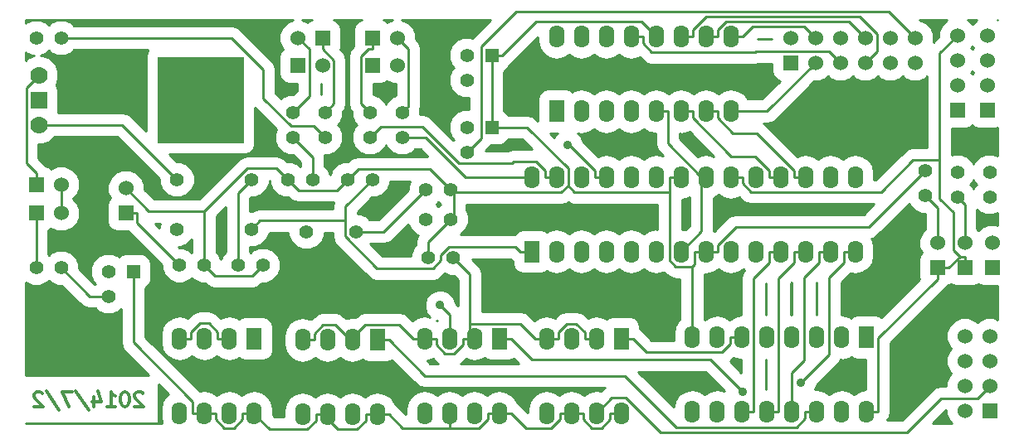
<source format=gbl>
G04 (created by PCBNEW (2013-jul-07)-stable) date 2014年08月03日 (週日) 21時30分56秒*
%MOIN*%
G04 Gerber Fmt 3.4, Leading zero omitted, Abs format*
%FSLAX34Y34*%
G01*
G70*
G90*
G04 APERTURE LIST*
%ADD10C,0.00590551*%
%ADD11C,0.011811*%
%ADD12R,0.06X0.06*%
%ADD13C,0.06*%
%ADD14C,0.055*%
%ADD15O,0.062X0.09*%
%ADD16R,0.062X0.09*%
%ADD17R,0.35X0.35*%
%ADD18C,0.07*%
%ADD19R,0.07X0.07*%
%ADD20C,0.056*%
%ADD21R,0.055X0.055*%
%ADD22C,0.035*%
%ADD23C,0.01*%
G04 APERTURE END LIST*
G54D10*
G54D11*
X44393Y-47404D02*
X44365Y-47376D01*
X44309Y-47348D01*
X44168Y-47348D01*
X44112Y-47376D01*
X44084Y-47404D01*
X44056Y-47460D01*
X44056Y-47517D01*
X44084Y-47601D01*
X44421Y-47939D01*
X44056Y-47939D01*
X43690Y-47348D02*
X43634Y-47348D01*
X43577Y-47376D01*
X43549Y-47404D01*
X43521Y-47460D01*
X43493Y-47573D01*
X43493Y-47714D01*
X43521Y-47826D01*
X43549Y-47882D01*
X43577Y-47910D01*
X43634Y-47939D01*
X43690Y-47939D01*
X43746Y-47910D01*
X43774Y-47882D01*
X43802Y-47826D01*
X43831Y-47714D01*
X43831Y-47573D01*
X43802Y-47460D01*
X43774Y-47404D01*
X43746Y-47376D01*
X43690Y-47348D01*
X42931Y-47939D02*
X43268Y-47939D01*
X43099Y-47939D02*
X43099Y-47348D01*
X43156Y-47432D01*
X43212Y-47489D01*
X43268Y-47517D01*
X42424Y-47545D02*
X42424Y-47939D01*
X42565Y-47320D02*
X42706Y-47742D01*
X42340Y-47742D01*
X41693Y-47320D02*
X42200Y-48079D01*
X41553Y-47348D02*
X41159Y-47348D01*
X41412Y-47939D01*
X40512Y-47320D02*
X41018Y-48079D01*
X40343Y-47404D02*
X40315Y-47376D01*
X40259Y-47348D01*
X40119Y-47348D01*
X40062Y-47376D01*
X40034Y-47404D01*
X40006Y-47460D01*
X40006Y-47517D01*
X40034Y-47601D01*
X40372Y-47939D01*
X40006Y-47939D01*
G54D12*
X43700Y-40150D03*
G54D13*
X43700Y-39150D03*
G54D14*
X45850Y-42250D03*
X46850Y-42250D03*
X48200Y-42250D03*
X49200Y-42250D03*
X55750Y-39200D03*
X56750Y-39200D03*
X55750Y-40400D03*
X56750Y-40400D03*
G54D15*
X61000Y-41700D03*
X62000Y-41700D03*
X63000Y-41700D03*
X64000Y-41700D03*
X65000Y-41700D03*
X66000Y-41700D03*
X67000Y-41700D03*
X68000Y-41700D03*
X69000Y-41700D03*
X70000Y-41700D03*
X71000Y-41700D03*
X72000Y-41700D03*
X73000Y-41700D03*
G54D16*
X60000Y-41700D03*
G54D15*
X73000Y-38700D03*
X72000Y-38700D03*
X71000Y-38700D03*
X70000Y-38700D03*
X69000Y-38700D03*
X68000Y-38700D03*
X67000Y-38700D03*
X66000Y-38700D03*
X65000Y-38700D03*
X64000Y-38700D03*
X63000Y-38700D03*
X62000Y-38700D03*
X61000Y-38700D03*
X60000Y-38700D03*
G54D12*
X40100Y-39000D03*
G54D13*
X41100Y-39000D03*
G54D12*
X40100Y-40150D03*
G54D13*
X41100Y-40150D03*
G54D12*
X77100Y-36000D03*
G54D13*
X77100Y-35000D03*
X77100Y-34000D03*
X77100Y-33000D03*
G54D12*
X78300Y-36000D03*
G54D13*
X78300Y-35000D03*
X78300Y-34000D03*
X78300Y-33000D03*
G54D12*
X78400Y-48100D03*
G54D13*
X77400Y-48100D03*
X78400Y-47100D03*
X77400Y-47100D03*
X78400Y-46100D03*
X77400Y-46100D03*
X78400Y-45100D03*
X77400Y-45100D03*
G54D12*
X70400Y-34100D03*
G54D13*
X70400Y-33100D03*
X71400Y-34100D03*
X71400Y-33100D03*
X72400Y-34100D03*
X72400Y-33100D03*
X73400Y-34100D03*
X73400Y-33100D03*
X74400Y-34100D03*
X74400Y-33100D03*
X75400Y-34100D03*
X75400Y-33100D03*
G54D12*
X51600Y-33100D03*
G54D13*
X50600Y-33100D03*
G54D12*
X53600Y-33100D03*
G54D13*
X54600Y-33100D03*
G54D14*
X40100Y-42350D03*
X41100Y-42350D03*
X75800Y-39450D03*
X75800Y-38450D03*
X77100Y-39500D03*
X77100Y-38500D03*
X78400Y-39500D03*
X78400Y-38500D03*
X55850Y-41950D03*
X56850Y-41950D03*
X41100Y-33100D03*
X40100Y-33100D03*
X51200Y-38800D03*
X50200Y-38800D03*
X53500Y-37100D03*
X53500Y-36100D03*
X54800Y-37100D03*
X54800Y-36100D03*
X53600Y-38800D03*
X52600Y-38800D03*
G54D12*
X76300Y-42350D03*
G54D13*
X76300Y-41350D03*
G54D12*
X77400Y-42350D03*
G54D13*
X77400Y-41350D03*
G54D12*
X78500Y-42350D03*
G54D13*
X78500Y-41350D03*
G54D14*
X48750Y-38800D03*
X48750Y-40800D03*
X45750Y-38800D03*
X45750Y-40800D03*
G54D17*
X46700Y-35600D03*
G54D18*
X40200Y-34600D03*
G54D19*
X40200Y-35600D03*
G54D18*
X40200Y-36600D03*
G54D16*
X53800Y-45250D03*
G54D15*
X52800Y-45250D03*
X51800Y-45250D03*
X50800Y-45250D03*
X50800Y-48250D03*
X51800Y-48250D03*
X52800Y-48250D03*
X53800Y-48250D03*
G54D16*
X58700Y-45200D03*
G54D15*
X57700Y-45200D03*
X56700Y-45200D03*
X55700Y-45200D03*
X55700Y-48200D03*
X56700Y-48200D03*
X57700Y-48200D03*
X58700Y-48200D03*
G54D16*
X63600Y-45200D03*
G54D15*
X62600Y-45200D03*
X61600Y-45200D03*
X60600Y-45200D03*
X60600Y-48200D03*
X61600Y-48200D03*
X62600Y-48200D03*
X63600Y-48200D03*
G54D16*
X73450Y-45150D03*
G54D15*
X72450Y-45150D03*
X71450Y-45150D03*
X70450Y-45150D03*
X69450Y-45150D03*
X68450Y-45150D03*
X67450Y-45150D03*
X66450Y-45150D03*
X66450Y-48150D03*
X67450Y-48150D03*
X68450Y-48150D03*
X69450Y-48150D03*
X70450Y-48150D03*
X71450Y-48150D03*
X72450Y-48150D03*
X73450Y-48150D03*
G54D16*
X48850Y-45200D03*
G54D15*
X47850Y-45200D03*
X46850Y-45200D03*
X45850Y-45200D03*
X45850Y-48200D03*
X46850Y-48200D03*
X47850Y-48200D03*
X48850Y-48200D03*
G54D20*
X50950Y-40900D03*
X52950Y-40900D03*
G54D21*
X58400Y-33800D03*
G54D14*
X57400Y-33800D03*
X57400Y-34800D03*
G54D21*
X44000Y-42500D03*
G54D14*
X43000Y-42500D03*
X43000Y-43500D03*
G54D21*
X58400Y-36700D03*
G54D14*
X57400Y-36700D03*
X57400Y-37700D03*
X51700Y-37100D03*
X51700Y-36100D03*
X50400Y-37100D03*
X50400Y-36100D03*
G54D16*
X61000Y-36050D03*
G54D15*
X62000Y-36050D03*
X63000Y-36050D03*
X64000Y-36050D03*
X65000Y-36050D03*
X66000Y-36050D03*
X67000Y-36050D03*
X68000Y-36050D03*
X68000Y-33050D03*
X67000Y-33050D03*
X66000Y-33050D03*
X65000Y-33050D03*
X64000Y-33050D03*
X63000Y-33050D03*
X62000Y-33050D03*
X61000Y-33050D03*
G54D12*
X50600Y-34200D03*
G54D13*
X51600Y-34200D03*
G54D12*
X53600Y-34200D03*
G54D13*
X54600Y-34200D03*
G54D22*
X70818Y-46987D03*
X61447Y-37403D03*
X68470Y-47329D03*
X56317Y-43860D03*
G54D23*
X42250Y-43500D02*
X41100Y-42350D01*
X43000Y-43500D02*
X42250Y-43500D01*
X48200Y-39350D02*
X48200Y-42250D01*
X48750Y-38800D02*
X48200Y-39350D01*
X67000Y-38700D02*
X66824Y-38700D01*
X66824Y-40875D02*
X66000Y-41700D01*
X66824Y-38700D02*
X66824Y-40875D01*
X65460Y-37335D02*
X66824Y-38700D01*
X65460Y-36050D02*
X65460Y-37335D01*
X65000Y-36050D02*
X65460Y-36050D01*
X73910Y-48150D02*
X73450Y-48150D01*
X73910Y-45190D02*
X73910Y-48150D01*
X76300Y-42800D02*
X73910Y-45190D01*
X76300Y-42350D02*
X76300Y-42800D01*
X76386Y-33713D02*
X77100Y-33000D01*
X76386Y-38011D02*
X76386Y-33713D01*
X76750Y-42350D02*
X76300Y-42350D01*
X77201Y-41898D02*
X76750Y-42350D01*
X77203Y-41900D02*
X77201Y-41898D01*
X77400Y-41900D02*
X77203Y-41900D01*
X77400Y-42350D02*
X77400Y-41900D01*
X76386Y-39561D02*
X76386Y-38011D01*
X76950Y-40124D02*
X76386Y-39561D01*
X76950Y-41646D02*
X76950Y-40124D01*
X77201Y-41898D02*
X76950Y-41646D01*
X75318Y-38011D02*
X76386Y-38011D01*
X74028Y-39300D02*
X75318Y-38011D01*
X68801Y-39300D02*
X74028Y-39300D01*
X68460Y-38958D02*
X68801Y-39300D01*
X68460Y-38700D02*
X68460Y-38958D01*
X68000Y-38700D02*
X68460Y-38700D01*
X43550Y-36600D02*
X40200Y-36600D01*
X45750Y-38800D02*
X43550Y-36600D01*
X77400Y-39800D02*
X77400Y-41350D01*
X77100Y-39500D02*
X77400Y-39800D01*
X54050Y-40900D02*
X55750Y-39200D01*
X52950Y-40900D02*
X54050Y-40900D01*
X71950Y-45855D02*
X70818Y-46987D01*
X71950Y-42750D02*
X71950Y-45855D01*
X72539Y-42160D02*
X71950Y-42750D01*
X72539Y-41700D02*
X72539Y-42160D01*
X73000Y-41700D02*
X72539Y-41700D01*
X70450Y-46570D02*
X70450Y-48150D01*
X70950Y-46070D02*
X70450Y-46570D01*
X70950Y-42750D02*
X70950Y-46070D01*
X71539Y-42160D02*
X70950Y-42750D01*
X71539Y-41700D02*
X71539Y-42160D01*
X72000Y-41700D02*
X71539Y-41700D01*
X69910Y-48150D02*
X69450Y-48150D01*
X69910Y-42789D02*
X69910Y-48150D01*
X70539Y-42160D02*
X69910Y-42789D01*
X70539Y-41700D02*
X70539Y-42160D01*
X71000Y-41700D02*
X70539Y-41700D01*
X69539Y-41700D02*
X70000Y-41700D01*
X69539Y-42160D02*
X69539Y-41700D01*
X68910Y-42789D02*
X69539Y-42160D01*
X68910Y-48150D02*
X68910Y-42789D01*
X68450Y-48150D02*
X68910Y-48150D01*
X66460Y-36050D02*
X66000Y-36050D01*
X66460Y-36308D02*
X66460Y-36050D01*
X68019Y-37868D02*
X66460Y-36308D01*
X68961Y-37868D02*
X68019Y-37868D01*
X69539Y-38446D02*
X68961Y-37868D01*
X69539Y-38700D02*
X69539Y-38446D01*
X70000Y-38700D02*
X69539Y-38700D01*
X67460Y-36050D02*
X67000Y-36050D01*
X67460Y-36308D02*
X67460Y-36050D01*
X68093Y-36942D02*
X67460Y-36308D01*
X69035Y-36942D02*
X68093Y-36942D01*
X70539Y-38446D02*
X69035Y-36942D01*
X70539Y-38700D02*
X70539Y-38446D01*
X71000Y-38700D02*
X70539Y-38700D01*
X41100Y-39000D02*
X41100Y-40150D01*
X65539Y-42060D02*
X65539Y-39314D01*
X65783Y-42303D02*
X65539Y-42060D01*
X66450Y-42303D02*
X65783Y-42303D01*
X73541Y-40708D02*
X75800Y-38450D01*
X68198Y-40708D02*
X73541Y-40708D01*
X67460Y-41446D02*
X68198Y-40708D01*
X67460Y-41700D02*
X67460Y-41446D01*
X67000Y-41700D02*
X67460Y-41700D01*
X47275Y-42675D02*
X46850Y-42250D01*
X48774Y-42675D02*
X47275Y-42675D01*
X49200Y-42250D02*
X48774Y-42675D01*
X44622Y-40072D02*
X46850Y-40072D01*
X43700Y-39150D02*
X44622Y-40072D01*
X48568Y-38354D02*
X46850Y-40072D01*
X49754Y-38354D02*
X48568Y-38354D01*
X50200Y-38800D02*
X49754Y-38354D01*
X46850Y-40072D02*
X46850Y-42250D01*
X58400Y-36700D02*
X58400Y-33800D01*
X64395Y-32445D02*
X65000Y-33050D01*
X60179Y-32445D02*
X64395Y-32445D01*
X58825Y-33800D02*
X60179Y-32445D01*
X58400Y-33800D02*
X58825Y-33800D01*
X66450Y-42303D02*
X66450Y-45150D01*
X66539Y-42214D02*
X66450Y-42303D01*
X66539Y-41700D02*
X66539Y-42214D01*
X67000Y-41700D02*
X66539Y-41700D01*
X65539Y-38700D02*
X66000Y-38700D01*
X65539Y-39314D02*
X65539Y-38700D01*
X50629Y-39229D02*
X50200Y-38800D01*
X52170Y-39229D02*
X50629Y-39229D01*
X52600Y-38800D02*
X52170Y-39229D01*
X55850Y-41300D02*
X55850Y-41950D01*
X56750Y-40400D02*
X55850Y-41300D01*
X56870Y-40279D02*
X56750Y-40400D01*
X56870Y-39320D02*
X56870Y-40279D01*
X61461Y-38353D02*
X61461Y-39049D01*
X59807Y-36700D02*
X61461Y-38353D01*
X58400Y-36700D02*
X59807Y-36700D01*
X61726Y-39314D02*
X65539Y-39314D01*
X61461Y-39049D02*
X61726Y-39314D01*
X61190Y-39320D02*
X56870Y-39320D01*
X61461Y-39049D02*
X61190Y-39320D01*
X56870Y-39320D02*
X56750Y-39200D01*
X53030Y-38369D02*
X52600Y-38800D01*
X55919Y-38369D02*
X53030Y-38369D01*
X56750Y-39200D02*
X55919Y-38369D01*
X57349Y-38700D02*
X60000Y-38700D01*
X55749Y-37100D02*
X57349Y-38700D01*
X54800Y-37100D02*
X55749Y-37100D01*
X60539Y-38446D02*
X60539Y-38700D01*
X60173Y-38080D02*
X60539Y-38446D01*
X59282Y-38080D02*
X60173Y-38080D01*
X59219Y-38143D02*
X59282Y-38080D01*
X57075Y-38143D02*
X59219Y-38143D01*
X55594Y-36662D02*
X57075Y-38143D01*
X53937Y-36662D02*
X55594Y-36662D01*
X53500Y-37100D02*
X53937Y-36662D01*
X61000Y-38700D02*
X60539Y-38700D01*
X51200Y-37900D02*
X50400Y-37100D01*
X51200Y-38800D02*
X51200Y-37900D01*
X61511Y-37403D02*
X61447Y-37403D01*
X62539Y-38431D02*
X61511Y-37403D01*
X62539Y-38700D02*
X62539Y-38431D01*
X63000Y-38700D02*
X62539Y-38700D01*
X47927Y-33100D02*
X41100Y-33100D01*
X49216Y-34389D02*
X47927Y-33100D01*
X49216Y-35539D02*
X49216Y-34389D01*
X50330Y-36653D02*
X49216Y-35539D01*
X51253Y-36653D02*
X50330Y-36653D01*
X51700Y-37100D02*
X51253Y-36653D01*
X47310Y-48200D02*
X46850Y-48200D01*
X47310Y-48453D02*
X47310Y-48200D01*
X47659Y-48801D02*
X47310Y-48453D01*
X48046Y-48801D02*
X47659Y-48801D01*
X48389Y-48458D02*
X48046Y-48801D01*
X48389Y-48200D02*
X48389Y-48458D01*
X48825Y-48200D02*
X48389Y-48200D01*
X44000Y-45350D02*
X44000Y-42500D01*
X46389Y-47739D02*
X44000Y-45350D01*
X46389Y-48200D02*
X46389Y-47739D01*
X46850Y-48200D02*
X46389Y-48200D01*
X59160Y-48200D02*
X58700Y-48200D01*
X59762Y-48801D02*
X59160Y-48200D01*
X60790Y-48801D02*
X59762Y-48801D01*
X61139Y-48453D02*
X60790Y-48801D01*
X61139Y-48200D02*
X61139Y-48453D01*
X61600Y-48200D02*
X61139Y-48200D01*
X63139Y-48200D02*
X63600Y-48200D01*
X63139Y-48458D02*
X63139Y-48200D01*
X62796Y-48801D02*
X63139Y-48458D01*
X62409Y-48801D02*
X62796Y-48801D01*
X62060Y-48453D02*
X62409Y-48801D01*
X62060Y-48200D02*
X62060Y-48453D01*
X61600Y-48200D02*
X62060Y-48200D01*
X51339Y-48250D02*
X51624Y-48250D01*
X51339Y-48503D02*
X51339Y-48250D01*
X50992Y-48850D02*
X51339Y-48503D01*
X49475Y-48850D02*
X50992Y-48850D01*
X48825Y-48200D02*
X49475Y-48850D01*
X52224Y-48850D02*
X51624Y-48250D01*
X52992Y-48850D02*
X52224Y-48850D01*
X53339Y-48503D02*
X52992Y-48850D01*
X53339Y-48250D02*
X53339Y-48503D01*
X53800Y-48250D02*
X53339Y-48250D01*
X56700Y-48200D02*
X56700Y-48800D01*
X54810Y-48800D02*
X56700Y-48800D01*
X54260Y-48250D02*
X54810Y-48800D01*
X53800Y-48250D02*
X54260Y-48250D01*
X58239Y-48200D02*
X58700Y-48200D01*
X58239Y-48453D02*
X58239Y-48200D01*
X57892Y-48800D02*
X58239Y-48453D01*
X56700Y-48800D02*
X57892Y-48800D01*
X51800Y-48250D02*
X51624Y-48250D01*
X48850Y-48200D02*
X48825Y-48200D01*
X40100Y-42350D02*
X40100Y-40150D01*
X53431Y-33550D02*
X53600Y-33550D01*
X53149Y-33831D02*
X53431Y-33550D01*
X53149Y-35749D02*
X53149Y-33831D01*
X53500Y-36100D02*
X53149Y-35749D01*
X53600Y-33100D02*
X53600Y-33550D01*
X55053Y-33553D02*
X54600Y-33100D01*
X55053Y-35846D02*
X55053Y-33553D01*
X54800Y-36100D02*
X55053Y-35846D01*
X57239Y-45200D02*
X57524Y-45200D01*
X57239Y-45453D02*
X57239Y-45200D01*
X56888Y-45805D02*
X57239Y-45453D01*
X56506Y-45805D02*
X56888Y-45805D01*
X56160Y-45458D02*
X56506Y-45805D01*
X56160Y-45200D02*
X56160Y-45458D01*
X55700Y-45200D02*
X56160Y-45200D01*
X61060Y-45200D02*
X60600Y-45200D01*
X61060Y-44941D02*
X61060Y-45200D01*
X61405Y-44596D02*
X61060Y-44941D01*
X61788Y-44596D02*
X61405Y-44596D01*
X62139Y-44946D02*
X61788Y-44596D01*
X62139Y-45200D02*
X62139Y-44946D01*
X62600Y-45200D02*
X62139Y-45200D01*
X60139Y-45200D02*
X60600Y-45200D01*
X59539Y-44599D02*
X60139Y-45200D01*
X57524Y-44599D02*
X59539Y-44599D01*
X57524Y-45200D02*
X57524Y-44599D01*
X57524Y-42624D02*
X56850Y-41950D01*
X57524Y-44599D02*
X57524Y-42624D01*
X46310Y-45200D02*
X45850Y-45200D01*
X46310Y-44941D02*
X46310Y-45200D01*
X46666Y-44585D02*
X46310Y-44941D01*
X47027Y-44585D02*
X46666Y-44585D01*
X47389Y-44946D02*
X47027Y-44585D01*
X47389Y-45200D02*
X47389Y-44946D01*
X47850Y-45200D02*
X47389Y-45200D01*
X52800Y-45250D02*
X52712Y-45250D01*
X51260Y-45250D02*
X50800Y-45250D01*
X51260Y-44996D02*
X51260Y-45250D01*
X51609Y-44647D02*
X51260Y-44996D01*
X52109Y-44647D02*
X51609Y-44647D01*
X52712Y-45250D02*
X52109Y-44647D01*
X55239Y-45200D02*
X55700Y-45200D01*
X54689Y-44650D02*
X55239Y-45200D01*
X53312Y-44650D02*
X54689Y-44650D01*
X52712Y-45250D02*
X53312Y-44650D01*
X57700Y-45200D02*
X57524Y-45200D01*
X51060Y-33560D02*
X50600Y-33100D01*
X51060Y-35439D02*
X51060Y-33560D01*
X50400Y-36100D02*
X51060Y-35439D01*
X52050Y-34000D02*
X51600Y-33550D01*
X52050Y-35749D02*
X52050Y-34000D01*
X51700Y-36100D02*
X52050Y-35749D01*
X51600Y-33100D02*
X51600Y-33550D01*
X74333Y-32033D02*
X75400Y-33100D01*
X59386Y-32033D02*
X74333Y-32033D01*
X57970Y-33448D02*
X59386Y-32033D01*
X57970Y-37129D02*
X57970Y-33448D01*
X57400Y-37700D02*
X57970Y-37129D01*
X54260Y-45250D02*
X53800Y-45250D01*
X55710Y-46700D02*
X54260Y-45250D01*
X63754Y-46700D02*
X55710Y-46700D01*
X65822Y-48768D02*
X63754Y-46700D01*
X70629Y-48768D02*
X65822Y-48768D01*
X70989Y-48408D02*
X70629Y-48768D01*
X70989Y-48150D02*
X70989Y-48408D01*
X71450Y-48150D02*
X70989Y-48150D01*
X67989Y-45150D02*
X68450Y-45150D01*
X67989Y-45408D02*
X67989Y-45150D01*
X67641Y-45757D02*
X67989Y-45408D01*
X64617Y-45757D02*
X67641Y-45757D01*
X64060Y-45200D02*
X64617Y-45757D01*
X63600Y-45200D02*
X64060Y-45200D01*
X67184Y-46044D02*
X68470Y-47329D01*
X60004Y-46044D02*
X67184Y-46044D01*
X59160Y-45200D02*
X60004Y-46044D01*
X58700Y-45200D02*
X59160Y-45200D01*
X56700Y-44242D02*
X56700Y-45200D01*
X56317Y-43860D02*
X56700Y-44242D01*
X72748Y-32448D02*
X73400Y-33100D01*
X67802Y-32448D02*
X72748Y-32448D01*
X67460Y-32791D02*
X67802Y-32448D01*
X67460Y-33050D02*
X67460Y-32791D01*
X67000Y-33050D02*
X67460Y-33050D01*
X73868Y-33631D02*
X73400Y-34100D01*
X73868Y-32929D02*
X73868Y-33631D01*
X73175Y-32236D02*
X73868Y-32929D01*
X67014Y-32236D02*
X73175Y-32236D01*
X66460Y-32791D02*
X67014Y-32236D01*
X66460Y-33050D02*
X66460Y-32791D01*
X66000Y-33050D02*
X66460Y-33050D01*
X71937Y-33637D02*
X72400Y-34100D01*
X69011Y-33637D02*
X71937Y-33637D01*
X68974Y-33674D02*
X69011Y-33637D01*
X64826Y-33674D02*
X68974Y-33674D01*
X64460Y-33308D02*
X64826Y-33674D01*
X64460Y-33050D02*
X64460Y-33308D01*
X64000Y-33050D02*
X64460Y-33050D01*
X70949Y-32649D02*
X71400Y-33100D01*
X68861Y-32649D02*
X70949Y-32649D01*
X68460Y-33050D02*
X68861Y-32649D01*
X68000Y-33050D02*
X68460Y-33050D01*
X69450Y-36050D02*
X71400Y-34100D01*
X68000Y-36050D02*
X69450Y-36050D01*
X44150Y-40550D02*
X45850Y-42250D01*
X44150Y-40150D02*
X44150Y-40550D01*
X43700Y-40150D02*
X44150Y-40150D01*
X39696Y-35103D02*
X40200Y-34600D01*
X39696Y-38146D02*
X39696Y-35103D01*
X40100Y-38549D02*
X39696Y-38146D01*
X40100Y-39000D02*
X40100Y-38549D01*
X77900Y-47600D02*
X78400Y-47100D01*
X76443Y-47600D02*
X77900Y-47600D01*
X75074Y-48968D02*
X76443Y-47600D01*
X65162Y-48968D02*
X75074Y-48968D01*
X63787Y-47592D02*
X65162Y-48968D01*
X63207Y-47592D02*
X63787Y-47592D01*
X62600Y-48200D02*
X63207Y-47592D01*
X49090Y-40459D02*
X48750Y-40800D01*
X52509Y-40459D02*
X49090Y-40459D01*
X52509Y-39890D02*
X52509Y-40459D01*
X53600Y-38800D02*
X52509Y-39890D01*
X59539Y-41700D02*
X60000Y-41700D01*
X59354Y-41514D02*
X59539Y-41700D01*
X56681Y-41514D02*
X59354Y-41514D01*
X56350Y-41845D02*
X56681Y-41514D01*
X56350Y-42060D02*
X56350Y-41845D01*
X56035Y-42375D02*
X56350Y-42060D01*
X53792Y-42375D02*
X56035Y-42375D01*
X52509Y-41092D02*
X53792Y-42375D01*
X52509Y-40459D02*
X52509Y-41092D01*
X76300Y-39950D02*
X76300Y-41350D01*
X75800Y-39450D02*
X76300Y-39950D01*
G54D10*
G36*
X40012Y-33818D02*
X39750Y-33926D01*
X39673Y-34004D01*
X39673Y-33689D01*
X39692Y-33708D01*
X39956Y-33818D01*
X40012Y-33818D01*
X40012Y-33818D01*
G37*
G54D23*
X40012Y-33818D02*
X39750Y-33926D01*
X39673Y-34004D01*
X39673Y-33689D01*
X39692Y-33708D01*
X39956Y-33818D01*
X40012Y-33818D01*
G54D10*
G36*
X44578Y-33593D02*
X44574Y-33598D01*
X44506Y-33761D01*
X44506Y-33937D01*
X44506Y-36858D01*
X43899Y-36250D01*
X43738Y-36143D01*
X43550Y-36106D01*
X40965Y-36106D01*
X40993Y-36038D01*
X40993Y-35862D01*
X40993Y-35162D01*
X40926Y-34998D01*
X40903Y-34975D01*
X40993Y-34758D01*
X40993Y-34442D01*
X40873Y-34150D01*
X40650Y-33927D01*
X40358Y-33806D01*
X40272Y-33806D01*
X40506Y-33709D01*
X40599Y-33616D01*
X40692Y-33708D01*
X40956Y-33818D01*
X41242Y-33818D01*
X41506Y-33709D01*
X41622Y-33593D01*
X44578Y-33593D01*
X44578Y-33593D01*
G37*
G54D23*
X44578Y-33593D02*
X44574Y-33598D01*
X44506Y-33761D01*
X44506Y-33937D01*
X44506Y-36858D01*
X43899Y-36250D01*
X43738Y-36143D01*
X43550Y-36106D01*
X40965Y-36106D01*
X40993Y-36038D01*
X40993Y-35862D01*
X40993Y-35162D01*
X40926Y-34998D01*
X40903Y-34975D01*
X40993Y-34758D01*
X40993Y-34442D01*
X40873Y-34150D01*
X40650Y-33927D01*
X40358Y-33806D01*
X40272Y-33806D01*
X40506Y-33709D01*
X40599Y-33616D01*
X40692Y-33708D01*
X40956Y-33818D01*
X41242Y-33818D01*
X41506Y-33709D01*
X41622Y-33593D01*
X44578Y-33593D01*
G54D10*
G36*
X44617Y-46665D02*
X39673Y-46665D01*
X39673Y-42939D01*
X39692Y-42958D01*
X39956Y-43068D01*
X40242Y-43068D01*
X40506Y-42959D01*
X40599Y-42866D01*
X40692Y-42958D01*
X40956Y-43068D01*
X41120Y-43068D01*
X41900Y-43849D01*
X41900Y-43849D01*
X42061Y-43956D01*
X42061Y-43956D01*
X42212Y-43986D01*
X42249Y-43993D01*
X42249Y-43993D01*
X42250Y-43993D01*
X42477Y-43993D01*
X42592Y-44108D01*
X42856Y-44218D01*
X43142Y-44218D01*
X43406Y-44109D01*
X43506Y-44010D01*
X43506Y-45350D01*
X43543Y-45538D01*
X43650Y-45699D01*
X44617Y-46665D01*
X44617Y-46665D01*
G37*
G54D23*
X44617Y-46665D02*
X39673Y-46665D01*
X39673Y-42939D01*
X39692Y-42958D01*
X39956Y-43068D01*
X40242Y-43068D01*
X40506Y-42959D01*
X40599Y-42866D01*
X40692Y-42958D01*
X40956Y-43068D01*
X41120Y-43068D01*
X41900Y-43849D01*
X41900Y-43849D01*
X42061Y-43956D01*
X42061Y-43956D01*
X42212Y-43986D01*
X42249Y-43993D01*
X42249Y-43993D01*
X42250Y-43993D01*
X42477Y-43993D01*
X42592Y-44108D01*
X42856Y-44218D01*
X43142Y-44218D01*
X43406Y-44109D01*
X43506Y-44010D01*
X43506Y-45350D01*
X43543Y-45538D01*
X43650Y-45699D01*
X44617Y-46665D01*
G54D10*
G36*
X45068Y-40566D02*
X45031Y-40656D01*
X45031Y-40733D01*
X44864Y-40566D01*
X45068Y-40566D01*
X45068Y-40566D01*
G37*
G54D23*
X45068Y-40566D02*
X45031Y-40656D01*
X45031Y-40733D01*
X44864Y-40566D01*
X45068Y-40566D01*
G54D10*
G36*
X45403Y-47451D02*
X45317Y-47509D01*
X45153Y-47754D01*
X45096Y-48042D01*
X45096Y-48357D01*
X45149Y-48626D01*
X39673Y-48626D01*
X39673Y-48616D01*
X45008Y-48616D01*
X45008Y-47056D01*
X45403Y-47451D01*
X45403Y-47451D01*
G37*
G54D23*
X45403Y-47451D02*
X45317Y-47509D01*
X45153Y-47754D01*
X45096Y-48042D01*
X45096Y-48357D01*
X45149Y-48626D01*
X39673Y-48626D01*
X39673Y-48616D01*
X45008Y-48616D01*
X45008Y-47056D01*
X45403Y-47451D01*
G54D10*
G36*
X46356Y-41727D02*
X46350Y-41733D01*
X46257Y-41641D01*
X45993Y-41531D01*
X45829Y-41531D01*
X45816Y-41518D01*
X45892Y-41518D01*
X46156Y-41409D01*
X46356Y-41210D01*
X46356Y-41727D01*
X46356Y-41727D01*
G37*
G54D23*
X46356Y-41727D02*
X46350Y-41733D01*
X46257Y-41641D01*
X45993Y-41531D01*
X45829Y-41531D01*
X45816Y-41518D01*
X45892Y-41518D01*
X46156Y-41409D01*
X46356Y-41210D01*
X46356Y-41727D01*
G54D10*
G36*
X47706Y-41727D02*
X47591Y-41842D01*
X47524Y-42001D01*
X47459Y-41843D01*
X47343Y-41727D01*
X47343Y-40277D01*
X47706Y-39914D01*
X47706Y-41727D01*
X47706Y-41727D01*
G37*
G54D23*
X47706Y-41727D02*
X47591Y-41842D01*
X47524Y-42001D01*
X47459Y-41843D01*
X47343Y-41727D01*
X47343Y-40277D01*
X47706Y-39914D01*
X47706Y-41727D01*
G54D10*
G36*
X50567Y-35234D02*
X50420Y-35381D01*
X50257Y-35381D01*
X49993Y-35490D01*
X49929Y-35554D01*
X49710Y-35335D01*
X49710Y-34389D01*
X49672Y-34200D01*
X49565Y-34040D01*
X48276Y-32750D01*
X48115Y-32643D01*
X47927Y-32606D01*
X41622Y-32606D01*
X41507Y-32491D01*
X41243Y-32381D01*
X40957Y-32381D01*
X40693Y-32490D01*
X40600Y-32583D01*
X40507Y-32491D01*
X40243Y-32381D01*
X39957Y-32381D01*
X39693Y-32490D01*
X39673Y-32510D01*
X39673Y-32373D01*
X50411Y-32373D01*
X50179Y-32469D01*
X49969Y-32678D01*
X49856Y-32951D01*
X49856Y-33247D01*
X49969Y-33520D01*
X50010Y-33562D01*
X49924Y-33648D01*
X49856Y-33811D01*
X49856Y-33987D01*
X49856Y-34587D01*
X49923Y-34751D01*
X50048Y-34875D01*
X50211Y-34943D01*
X50387Y-34943D01*
X50567Y-34943D01*
X50567Y-35234D01*
X50567Y-35234D01*
G37*
G54D23*
X50567Y-35234D02*
X50420Y-35381D01*
X50257Y-35381D01*
X49993Y-35490D01*
X49929Y-35554D01*
X49710Y-35335D01*
X49710Y-34389D01*
X49672Y-34200D01*
X49565Y-34040D01*
X48276Y-32750D01*
X48115Y-32643D01*
X47927Y-32606D01*
X41622Y-32606D01*
X41507Y-32491D01*
X41243Y-32381D01*
X40957Y-32381D01*
X40693Y-32490D01*
X40600Y-32583D01*
X40507Y-32491D01*
X40243Y-32381D01*
X39957Y-32381D01*
X39693Y-32490D01*
X39673Y-32510D01*
X39673Y-32373D01*
X50411Y-32373D01*
X50179Y-32469D01*
X49969Y-32678D01*
X49856Y-32951D01*
X49856Y-33247D01*
X49969Y-33520D01*
X50010Y-33562D01*
X49924Y-33648D01*
X49856Y-33811D01*
X49856Y-33987D01*
X49856Y-34587D01*
X49923Y-34751D01*
X50048Y-34875D01*
X50211Y-34943D01*
X50387Y-34943D01*
X50567Y-34943D01*
X50567Y-35234D01*
G54D10*
G36*
X51170Y-32373D02*
X51048Y-32423D01*
X51008Y-32464D01*
X50789Y-32373D01*
X51170Y-32373D01*
X51170Y-32373D01*
G37*
G54D23*
X51170Y-32373D02*
X51048Y-32423D01*
X51008Y-32464D01*
X50789Y-32373D01*
X51170Y-32373D01*
G54D10*
G36*
X51556Y-35381D02*
X51554Y-35382D01*
X51554Y-34943D01*
X51556Y-34943D01*
X51556Y-35381D01*
X51556Y-35381D01*
G37*
G54D23*
X51556Y-35381D02*
X51554Y-35382D01*
X51554Y-34943D01*
X51556Y-34943D01*
X51556Y-35381D01*
G54D10*
G36*
X52048Y-39722D02*
X52015Y-39890D01*
X52015Y-39965D01*
X49090Y-39965D01*
X48902Y-40002D01*
X48784Y-40081D01*
X48693Y-40081D01*
X48693Y-39554D01*
X48729Y-39518D01*
X48892Y-39518D01*
X49156Y-39409D01*
X49358Y-39207D01*
X49468Y-38943D01*
X49468Y-38847D01*
X49481Y-38847D01*
X49481Y-38942D01*
X49590Y-39206D01*
X49792Y-39408D01*
X50056Y-39518D01*
X50220Y-39518D01*
X50279Y-39578D01*
X50280Y-39578D01*
X50440Y-39685D01*
X50629Y-39722D01*
X52048Y-39722D01*
X52048Y-39722D01*
G37*
G54D23*
X52048Y-39722D02*
X52015Y-39890D01*
X52015Y-39965D01*
X49090Y-39965D01*
X48902Y-40002D01*
X48784Y-40081D01*
X48693Y-40081D01*
X48693Y-39554D01*
X48729Y-39518D01*
X48892Y-39518D01*
X49156Y-39409D01*
X49358Y-39207D01*
X49468Y-38943D01*
X49468Y-38847D01*
X49481Y-38847D01*
X49481Y-38942D01*
X49590Y-39206D01*
X49792Y-39408D01*
X50056Y-39518D01*
X50220Y-39518D01*
X50279Y-39578D01*
X50280Y-39578D01*
X50440Y-39685D01*
X50629Y-39722D01*
X52048Y-39722D01*
G54D10*
G36*
X54411Y-32373D02*
X54191Y-32464D01*
X54151Y-32424D01*
X54029Y-32373D01*
X54411Y-32373D01*
X54411Y-32373D01*
G37*
G54D23*
X54411Y-32373D02*
X54191Y-32464D01*
X54151Y-32424D01*
X54029Y-32373D01*
X54411Y-32373D01*
G54D10*
G36*
X54559Y-35421D02*
X54393Y-35490D01*
X54191Y-35692D01*
X54150Y-35791D01*
X54109Y-35693D01*
X53907Y-35491D01*
X53643Y-35381D01*
X53643Y-35381D01*
X53643Y-34943D01*
X53987Y-34943D01*
X54151Y-34876D01*
X54191Y-34835D01*
X54451Y-34943D01*
X54559Y-34943D01*
X54559Y-35421D01*
X54559Y-35421D01*
G37*
G54D23*
X54559Y-35421D02*
X54393Y-35490D01*
X54191Y-35692D01*
X54150Y-35791D01*
X54109Y-35693D01*
X53907Y-35491D01*
X53643Y-35381D01*
X53643Y-35381D01*
X53643Y-34943D01*
X53987Y-34943D01*
X54151Y-34876D01*
X54191Y-34835D01*
X54451Y-34943D01*
X54559Y-34943D01*
X54559Y-35421D01*
G54D10*
G36*
X55111Y-38863D02*
X55031Y-39056D01*
X55031Y-39220D01*
X53845Y-40406D01*
X53479Y-40406D01*
X53360Y-40286D01*
X53094Y-40176D01*
X53002Y-40176D01*
X53002Y-40095D01*
X53579Y-39518D01*
X53742Y-39518D01*
X54006Y-39409D01*
X54208Y-39207D01*
X54318Y-38943D01*
X54318Y-38863D01*
X55111Y-38863D01*
X55111Y-38863D01*
G37*
G54D23*
X55111Y-38863D02*
X55031Y-39056D01*
X55031Y-39220D01*
X53845Y-40406D01*
X53479Y-40406D01*
X53360Y-40286D01*
X53094Y-40176D01*
X53002Y-40176D01*
X53002Y-40095D01*
X53579Y-39518D01*
X53742Y-39518D01*
X54006Y-39409D01*
X54208Y-39207D01*
X54318Y-38943D01*
X54318Y-38863D01*
X55111Y-38863D01*
G54D10*
G36*
X55436Y-41047D02*
X55393Y-41111D01*
X55356Y-41300D01*
X55356Y-41427D01*
X55241Y-41542D01*
X55131Y-41806D01*
X55131Y-41881D01*
X53997Y-41881D01*
X53508Y-41393D01*
X54050Y-41393D01*
X54238Y-41356D01*
X54399Y-41249D01*
X55053Y-40595D01*
X55140Y-40806D01*
X55342Y-41008D01*
X55436Y-41047D01*
X55436Y-41047D01*
G37*
G54D23*
X55436Y-41047D02*
X55393Y-41111D01*
X55356Y-41300D01*
X55356Y-41427D01*
X55241Y-41542D01*
X55131Y-41806D01*
X55131Y-41881D01*
X53997Y-41881D01*
X53508Y-41393D01*
X54050Y-41393D01*
X54238Y-41356D01*
X54399Y-41249D01*
X55053Y-40595D01*
X55140Y-40806D01*
X55342Y-41008D01*
X55436Y-41047D01*
G54D10*
G36*
X55826Y-37876D02*
X53030Y-37876D01*
X53030Y-37876D01*
X52841Y-37913D01*
X52681Y-38020D01*
X52620Y-38081D01*
X52457Y-38081D01*
X52193Y-38190D01*
X51991Y-38392D01*
X51899Y-38611D01*
X51809Y-38393D01*
X51693Y-38277D01*
X51693Y-37900D01*
X51693Y-37899D01*
X51677Y-37818D01*
X51842Y-37818D01*
X52106Y-37709D01*
X52308Y-37507D01*
X52418Y-37243D01*
X52418Y-36957D01*
X52309Y-36693D01*
X52216Y-36600D01*
X52308Y-36507D01*
X52418Y-36243D01*
X52418Y-36069D01*
X52506Y-35938D01*
X52543Y-35749D01*
X52543Y-34000D01*
X52506Y-33811D01*
X52399Y-33651D01*
X52312Y-33564D01*
X52343Y-33488D01*
X52343Y-33312D01*
X52343Y-32712D01*
X52276Y-32548D01*
X52151Y-32424D01*
X52029Y-32373D01*
X53170Y-32373D01*
X53048Y-32423D01*
X52924Y-32548D01*
X52856Y-32711D01*
X52856Y-32887D01*
X52856Y-33426D01*
X52800Y-33482D01*
X52693Y-33642D01*
X52656Y-33831D01*
X52656Y-35749D01*
X52693Y-35938D01*
X52781Y-36069D01*
X52781Y-36242D01*
X52890Y-36506D01*
X52983Y-36599D01*
X52891Y-36692D01*
X52781Y-36956D01*
X52781Y-37242D01*
X52890Y-37506D01*
X53092Y-37708D01*
X53356Y-37818D01*
X53642Y-37818D01*
X53906Y-37709D01*
X54108Y-37507D01*
X54149Y-37408D01*
X54190Y-37506D01*
X54392Y-37708D01*
X54656Y-37818D01*
X54942Y-37818D01*
X55206Y-37709D01*
X55322Y-37593D01*
X55544Y-37593D01*
X55826Y-37876D01*
X55826Y-37876D01*
G37*
G54D23*
X55826Y-37876D02*
X53030Y-37876D01*
X53030Y-37876D01*
X52841Y-37913D01*
X52681Y-38020D01*
X52620Y-38081D01*
X52457Y-38081D01*
X52193Y-38190D01*
X51991Y-38392D01*
X51899Y-38611D01*
X51809Y-38393D01*
X51693Y-38277D01*
X51693Y-37900D01*
X51693Y-37899D01*
X51677Y-37818D01*
X51842Y-37818D01*
X52106Y-37709D01*
X52308Y-37507D01*
X52418Y-37243D01*
X52418Y-36957D01*
X52309Y-36693D01*
X52216Y-36600D01*
X52308Y-36507D01*
X52418Y-36243D01*
X52418Y-36069D01*
X52506Y-35938D01*
X52543Y-35749D01*
X52543Y-34000D01*
X52506Y-33811D01*
X52399Y-33651D01*
X52312Y-33564D01*
X52343Y-33488D01*
X52343Y-33312D01*
X52343Y-32712D01*
X52276Y-32548D01*
X52151Y-32424D01*
X52029Y-32373D01*
X53170Y-32373D01*
X53048Y-32423D01*
X52924Y-32548D01*
X52856Y-32711D01*
X52856Y-32887D01*
X52856Y-33426D01*
X52800Y-33482D01*
X52693Y-33642D01*
X52656Y-33831D01*
X52656Y-35749D01*
X52693Y-35938D01*
X52781Y-36069D01*
X52781Y-36242D01*
X52890Y-36506D01*
X52983Y-36599D01*
X52891Y-36692D01*
X52781Y-36956D01*
X52781Y-37242D01*
X52890Y-37506D01*
X53092Y-37708D01*
X53356Y-37818D01*
X53642Y-37818D01*
X53906Y-37709D01*
X54108Y-37507D01*
X54149Y-37408D01*
X54190Y-37506D01*
X54392Y-37708D01*
X54656Y-37818D01*
X54942Y-37818D01*
X55206Y-37709D01*
X55322Y-37593D01*
X55544Y-37593D01*
X55826Y-37876D01*
G54D10*
G36*
X56206Y-44483D02*
X56200Y-44487D01*
X56176Y-44472D01*
X56194Y-44479D01*
X56206Y-44479D01*
X56206Y-44483D01*
X56206Y-44483D01*
G37*
G54D23*
X56206Y-44483D02*
X56200Y-44487D01*
X56176Y-44472D01*
X56194Y-44479D01*
X56206Y-44479D01*
X56206Y-44483D01*
G54D10*
G36*
X56235Y-46206D02*
X55914Y-46206D01*
X55799Y-46091D01*
X55988Y-46053D01*
X56029Y-46026D01*
X56156Y-46153D01*
X56157Y-46154D01*
X56235Y-46206D01*
X56235Y-46206D01*
G37*
G54D23*
X56235Y-46206D02*
X55914Y-46206D01*
X55799Y-46091D01*
X55988Y-46053D01*
X56029Y-46026D01*
X56156Y-46153D01*
X56157Y-46154D01*
X56235Y-46206D01*
G54D10*
G36*
X56333Y-39800D02*
X56250Y-39883D01*
X56166Y-39799D01*
X56249Y-39716D01*
X56333Y-39800D01*
X56333Y-39800D01*
G37*
G54D23*
X56333Y-39800D02*
X56250Y-39883D01*
X56166Y-39799D01*
X56249Y-39716D01*
X56333Y-39800D01*
G54D10*
G36*
X58348Y-32373D02*
X57621Y-33099D01*
X57614Y-33110D01*
X57543Y-33081D01*
X57257Y-33081D01*
X56993Y-33190D01*
X56791Y-33392D01*
X56681Y-33656D01*
X56681Y-33942D01*
X56790Y-34206D01*
X56883Y-34299D01*
X56791Y-34392D01*
X56681Y-34656D01*
X56681Y-34942D01*
X56790Y-35206D01*
X56992Y-35408D01*
X57256Y-35518D01*
X57477Y-35518D01*
X57477Y-35981D01*
X57257Y-35981D01*
X56993Y-36090D01*
X56791Y-36292D01*
X56681Y-36556D01*
X56681Y-36842D01*
X56790Y-37106D01*
X56883Y-37199D01*
X56856Y-37226D01*
X55943Y-36313D01*
X55783Y-36206D01*
X55594Y-36168D01*
X55518Y-36168D01*
X55518Y-35987D01*
X55546Y-35846D01*
X55546Y-33553D01*
X55509Y-33364D01*
X55402Y-33203D01*
X55343Y-33145D01*
X55343Y-32952D01*
X55230Y-32679D01*
X55021Y-32469D01*
X54789Y-32373D01*
X58348Y-32373D01*
X58348Y-32373D01*
G37*
G54D23*
X58348Y-32373D02*
X57621Y-33099D01*
X57614Y-33110D01*
X57543Y-33081D01*
X57257Y-33081D01*
X56993Y-33190D01*
X56791Y-33392D01*
X56681Y-33656D01*
X56681Y-33942D01*
X56790Y-34206D01*
X56883Y-34299D01*
X56791Y-34392D01*
X56681Y-34656D01*
X56681Y-34942D01*
X56790Y-35206D01*
X56992Y-35408D01*
X57256Y-35518D01*
X57477Y-35518D01*
X57477Y-35981D01*
X57257Y-35981D01*
X56993Y-36090D01*
X56791Y-36292D01*
X56681Y-36556D01*
X56681Y-36842D01*
X56790Y-37106D01*
X56883Y-37199D01*
X56856Y-37226D01*
X55943Y-36313D01*
X55783Y-36206D01*
X55594Y-36168D01*
X55518Y-36168D01*
X55518Y-35987D01*
X55546Y-35846D01*
X55546Y-33553D01*
X55509Y-33364D01*
X55402Y-33203D01*
X55343Y-33145D01*
X55343Y-32952D01*
X55230Y-32679D01*
X55021Y-32469D01*
X54789Y-32373D01*
X58348Y-32373D01*
G54D10*
G36*
X59468Y-46206D02*
X57159Y-46206D01*
X57237Y-46154D01*
X57367Y-46024D01*
X57411Y-46053D01*
X57700Y-46111D01*
X57988Y-46053D01*
X58095Y-45982D01*
X58138Y-46025D01*
X58301Y-46093D01*
X58477Y-46093D01*
X59097Y-46093D01*
X59261Y-46026D01*
X59274Y-46012D01*
X59468Y-46206D01*
X59468Y-46206D01*
G37*
G54D23*
X59468Y-46206D02*
X57159Y-46206D01*
X57237Y-46154D01*
X57367Y-46024D01*
X57411Y-46053D01*
X57700Y-46111D01*
X57988Y-46053D01*
X58095Y-45982D01*
X58138Y-46025D01*
X58301Y-46093D01*
X58477Y-46093D01*
X59097Y-46093D01*
X59261Y-46026D01*
X59274Y-46012D01*
X59468Y-46206D01*
G54D10*
G36*
X59995Y-37586D02*
X59282Y-37586D01*
X59093Y-37624D01*
X59055Y-37650D01*
X58148Y-37650D01*
X58319Y-37478D01*
X58319Y-37478D01*
X58359Y-37418D01*
X58762Y-37418D01*
X58926Y-37351D01*
X59050Y-37226D01*
X59064Y-37193D01*
X59602Y-37193D01*
X59995Y-37586D01*
X59995Y-37586D01*
G37*
G54D23*
X59995Y-37586D02*
X59282Y-37586D01*
X59093Y-37624D01*
X59055Y-37650D01*
X58148Y-37650D01*
X58319Y-37478D01*
X58319Y-37478D01*
X58359Y-37418D01*
X58762Y-37418D01*
X58926Y-37351D01*
X59050Y-37226D01*
X59064Y-37193D01*
X59602Y-37193D01*
X59995Y-37586D01*
G54D10*
G36*
X61031Y-36943D02*
X60922Y-37052D01*
X60903Y-37098D01*
X60749Y-36943D01*
X60777Y-36943D01*
X61031Y-36943D01*
X61031Y-36943D01*
G37*
G54D23*
X61031Y-36943D02*
X60922Y-37052D01*
X60903Y-37098D01*
X60749Y-36943D01*
X60777Y-36943D01*
X61031Y-36943D01*
G54D10*
G36*
X62932Y-47193D02*
X62857Y-47243D01*
X62777Y-47324D01*
X62600Y-47288D01*
X62311Y-47346D01*
X62100Y-47487D01*
X61888Y-47346D01*
X61600Y-47288D01*
X61311Y-47346D01*
X61100Y-47487D01*
X60888Y-47346D01*
X60600Y-47288D01*
X60311Y-47346D01*
X60067Y-47509D01*
X59903Y-47754D01*
X59846Y-48042D01*
X59846Y-48187D01*
X59509Y-47850D01*
X59401Y-47778D01*
X59396Y-47754D01*
X59232Y-47509D01*
X58988Y-47346D01*
X58700Y-47288D01*
X58411Y-47346D01*
X58200Y-47487D01*
X57988Y-47346D01*
X57700Y-47288D01*
X57411Y-47346D01*
X57200Y-47487D01*
X56988Y-47346D01*
X56700Y-47288D01*
X56411Y-47346D01*
X56200Y-47487D01*
X55988Y-47346D01*
X55700Y-47288D01*
X55411Y-47346D01*
X55167Y-47509D01*
X55003Y-47754D01*
X54946Y-48042D01*
X54946Y-48237D01*
X54609Y-47900D01*
X54501Y-47828D01*
X54496Y-47804D01*
X54332Y-47559D01*
X54088Y-47396D01*
X53800Y-47338D01*
X53511Y-47396D01*
X53300Y-47537D01*
X53088Y-47396D01*
X52800Y-47338D01*
X52511Y-47396D01*
X52300Y-47537D01*
X52088Y-47396D01*
X51800Y-47338D01*
X51511Y-47396D01*
X51300Y-47537D01*
X51088Y-47396D01*
X50800Y-47338D01*
X50511Y-47396D01*
X50267Y-47559D01*
X50103Y-47804D01*
X50046Y-48092D01*
X50046Y-48356D01*
X49679Y-48356D01*
X49603Y-48280D01*
X49603Y-45562D01*
X49603Y-44662D01*
X49536Y-44498D01*
X49411Y-44374D01*
X49248Y-44306D01*
X49072Y-44306D01*
X48452Y-44306D01*
X48288Y-44373D01*
X48245Y-44417D01*
X48138Y-44346D01*
X47850Y-44288D01*
X47561Y-44346D01*
X47517Y-44375D01*
X47377Y-44235D01*
X47216Y-44128D01*
X47027Y-44091D01*
X46666Y-44091D01*
X46477Y-44128D01*
X46317Y-44235D01*
X46316Y-44237D01*
X46179Y-44373D01*
X46138Y-44346D01*
X45850Y-44288D01*
X45561Y-44346D01*
X45317Y-44509D01*
X45153Y-44754D01*
X45096Y-45042D01*
X45096Y-45357D01*
X45153Y-45645D01*
X45317Y-45890D01*
X45561Y-46053D01*
X45850Y-46111D01*
X46138Y-46053D01*
X46350Y-45912D01*
X46561Y-46053D01*
X46850Y-46111D01*
X47138Y-46053D01*
X47350Y-45912D01*
X47561Y-46053D01*
X47850Y-46111D01*
X48138Y-46053D01*
X48245Y-45982D01*
X48288Y-46025D01*
X48451Y-46093D01*
X48627Y-46093D01*
X49247Y-46093D01*
X49411Y-46026D01*
X49535Y-45901D01*
X49603Y-45738D01*
X49603Y-45562D01*
X49603Y-48280D01*
X49603Y-48280D01*
X49603Y-48042D01*
X49546Y-47754D01*
X49382Y-47509D01*
X49138Y-47346D01*
X48850Y-47288D01*
X48561Y-47346D01*
X48350Y-47487D01*
X48138Y-47346D01*
X47850Y-47288D01*
X47561Y-47346D01*
X47350Y-47487D01*
X47138Y-47346D01*
X46850Y-47288D01*
X46672Y-47324D01*
X44493Y-45145D01*
X44493Y-43164D01*
X44526Y-43151D01*
X44650Y-43026D01*
X44718Y-42863D01*
X44718Y-42687D01*
X44718Y-42137D01*
X44651Y-41973D01*
X44526Y-41849D01*
X44363Y-41781D01*
X44187Y-41781D01*
X43637Y-41781D01*
X43473Y-41848D01*
X43419Y-41902D01*
X43407Y-41891D01*
X43143Y-41781D01*
X42857Y-41781D01*
X42593Y-41890D01*
X42391Y-42092D01*
X42281Y-42356D01*
X42281Y-42642D01*
X42390Y-42906D01*
X42483Y-42999D01*
X42477Y-43006D01*
X42454Y-43006D01*
X41818Y-42370D01*
X41818Y-42207D01*
X41709Y-41943D01*
X41507Y-41741D01*
X41243Y-41631D01*
X40957Y-41631D01*
X40693Y-41740D01*
X40600Y-41833D01*
X40593Y-41827D01*
X40593Y-40850D01*
X40651Y-40826D01*
X40691Y-40785D01*
X40951Y-40893D01*
X41247Y-40893D01*
X41520Y-40780D01*
X41730Y-40571D01*
X41843Y-40298D01*
X41843Y-40002D01*
X41730Y-39729D01*
X41593Y-39591D01*
X41593Y-39557D01*
X41730Y-39421D01*
X41843Y-39148D01*
X41843Y-38852D01*
X41730Y-38579D01*
X41521Y-38369D01*
X41248Y-38256D01*
X40952Y-38256D01*
X40691Y-38364D01*
X40651Y-38324D01*
X40488Y-38256D01*
X40486Y-38256D01*
X40449Y-38200D01*
X40190Y-37942D01*
X40190Y-37393D01*
X40357Y-37393D01*
X40649Y-37273D01*
X40828Y-37093D01*
X43345Y-37093D01*
X45031Y-38779D01*
X45031Y-38942D01*
X45140Y-39206D01*
X45342Y-39408D01*
X45606Y-39518D01*
X45892Y-39518D01*
X46156Y-39409D01*
X46358Y-39207D01*
X46468Y-38943D01*
X46468Y-38657D01*
X46359Y-38393D01*
X46157Y-38191D01*
X45893Y-38081D01*
X45729Y-38081D01*
X45441Y-37793D01*
X48537Y-37793D01*
X48701Y-37726D01*
X48825Y-37601D01*
X48893Y-37438D01*
X48893Y-37262D01*
X48893Y-35914D01*
X49755Y-36776D01*
X49681Y-36956D01*
X49681Y-37242D01*
X49790Y-37506D01*
X49992Y-37708D01*
X50256Y-37818D01*
X50420Y-37818D01*
X50706Y-38104D01*
X50706Y-38277D01*
X50700Y-38283D01*
X50607Y-38191D01*
X50343Y-38081D01*
X50179Y-38081D01*
X50103Y-38005D01*
X49943Y-37898D01*
X49754Y-37860D01*
X48568Y-37860D01*
X48379Y-37898D01*
X48219Y-38005D01*
X48219Y-38005D01*
X46645Y-39579D01*
X44827Y-39579D01*
X44443Y-39195D01*
X44443Y-39002D01*
X44330Y-38729D01*
X44121Y-38519D01*
X43848Y-38406D01*
X43552Y-38406D01*
X43279Y-38519D01*
X43069Y-38728D01*
X42956Y-39001D01*
X42956Y-39297D01*
X43064Y-39558D01*
X43024Y-39598D01*
X42956Y-39761D01*
X42956Y-39937D01*
X42956Y-40537D01*
X43023Y-40701D01*
X43148Y-40825D01*
X43311Y-40893D01*
X43487Y-40893D01*
X43797Y-40893D01*
X43800Y-40899D01*
X45131Y-42229D01*
X45131Y-42392D01*
X45240Y-42656D01*
X45442Y-42858D01*
X45706Y-42968D01*
X45992Y-42968D01*
X46256Y-42859D01*
X46349Y-42766D01*
X46442Y-42858D01*
X46706Y-42968D01*
X46870Y-42968D01*
X46926Y-43024D01*
X46926Y-43024D01*
X47022Y-43088D01*
X47086Y-43131D01*
X47086Y-43131D01*
X47275Y-43168D01*
X48774Y-43168D01*
X48963Y-43131D01*
X49123Y-43024D01*
X49179Y-42968D01*
X49342Y-42968D01*
X49606Y-42859D01*
X49808Y-42657D01*
X49918Y-42393D01*
X49918Y-42107D01*
X49809Y-41843D01*
X49607Y-41641D01*
X49343Y-41531D01*
X49057Y-41531D01*
X48793Y-41640D01*
X48700Y-41733D01*
X48693Y-41727D01*
X48693Y-41518D01*
X48892Y-41518D01*
X49156Y-41409D01*
X49358Y-41207D01*
X49464Y-40952D01*
X50226Y-40952D01*
X50226Y-41043D01*
X50336Y-41309D01*
X50539Y-41513D01*
X50805Y-41623D01*
X51093Y-41623D01*
X51359Y-41513D01*
X51563Y-41310D01*
X51673Y-41044D01*
X51673Y-40952D01*
X52015Y-40952D01*
X52015Y-41092D01*
X52052Y-41281D01*
X52159Y-41441D01*
X53443Y-42724D01*
X53603Y-42831D01*
X53792Y-42869D01*
X56035Y-42869D01*
X56223Y-42831D01*
X56384Y-42724D01*
X56518Y-42590D01*
X56706Y-42668D01*
X56870Y-42668D01*
X57030Y-42828D01*
X57030Y-43875D01*
X56936Y-43781D01*
X56936Y-43738D01*
X56842Y-43510D01*
X56668Y-43336D01*
X56441Y-43242D01*
X56195Y-43241D01*
X55967Y-43335D01*
X55793Y-43509D01*
X55699Y-43737D01*
X55698Y-43983D01*
X55792Y-44210D01*
X55913Y-44331D01*
X55700Y-44288D01*
X55411Y-44346D01*
X55215Y-44477D01*
X55038Y-44300D01*
X54878Y-44193D01*
X54689Y-44156D01*
X53313Y-44156D01*
X53312Y-44156D01*
X53123Y-44193D01*
X52963Y-44300D01*
X52904Y-44359D01*
X52800Y-44338D01*
X52549Y-44388D01*
X52458Y-44298D01*
X52298Y-44191D01*
X52109Y-44153D01*
X51609Y-44153D01*
X51420Y-44191D01*
X51356Y-44233D01*
X51260Y-44298D01*
X51260Y-44298D01*
X51132Y-44425D01*
X51088Y-44396D01*
X50800Y-44338D01*
X50511Y-44396D01*
X50267Y-44559D01*
X50103Y-44804D01*
X50046Y-45092D01*
X50046Y-45407D01*
X50103Y-45695D01*
X50267Y-45940D01*
X50511Y-46103D01*
X50800Y-46161D01*
X51088Y-46103D01*
X51300Y-45962D01*
X51511Y-46103D01*
X51800Y-46161D01*
X52088Y-46103D01*
X52300Y-45962D01*
X52511Y-46103D01*
X52800Y-46161D01*
X53088Y-46103D01*
X53195Y-46032D01*
X53238Y-46075D01*
X53401Y-46143D01*
X53577Y-46143D01*
X54197Y-46143D01*
X54361Y-46076D01*
X54374Y-46062D01*
X55361Y-47049D01*
X55521Y-47156D01*
X55710Y-47193D01*
X62932Y-47193D01*
X62932Y-47193D01*
G37*
G54D23*
X62932Y-47193D02*
X62857Y-47243D01*
X62777Y-47324D01*
X62600Y-47288D01*
X62311Y-47346D01*
X62100Y-47487D01*
X61888Y-47346D01*
X61600Y-47288D01*
X61311Y-47346D01*
X61100Y-47487D01*
X60888Y-47346D01*
X60600Y-47288D01*
X60311Y-47346D01*
X60067Y-47509D01*
X59903Y-47754D01*
X59846Y-48042D01*
X59846Y-48187D01*
X59509Y-47850D01*
X59401Y-47778D01*
X59396Y-47754D01*
X59232Y-47509D01*
X58988Y-47346D01*
X58700Y-47288D01*
X58411Y-47346D01*
X58200Y-47487D01*
X57988Y-47346D01*
X57700Y-47288D01*
X57411Y-47346D01*
X57200Y-47487D01*
X56988Y-47346D01*
X56700Y-47288D01*
X56411Y-47346D01*
X56200Y-47487D01*
X55988Y-47346D01*
X55700Y-47288D01*
X55411Y-47346D01*
X55167Y-47509D01*
X55003Y-47754D01*
X54946Y-48042D01*
X54946Y-48237D01*
X54609Y-47900D01*
X54501Y-47828D01*
X54496Y-47804D01*
X54332Y-47559D01*
X54088Y-47396D01*
X53800Y-47338D01*
X53511Y-47396D01*
X53300Y-47537D01*
X53088Y-47396D01*
X52800Y-47338D01*
X52511Y-47396D01*
X52300Y-47537D01*
X52088Y-47396D01*
X51800Y-47338D01*
X51511Y-47396D01*
X51300Y-47537D01*
X51088Y-47396D01*
X50800Y-47338D01*
X50511Y-47396D01*
X50267Y-47559D01*
X50103Y-47804D01*
X50046Y-48092D01*
X50046Y-48356D01*
X49679Y-48356D01*
X49603Y-48280D01*
X49603Y-45562D01*
X49603Y-44662D01*
X49536Y-44498D01*
X49411Y-44374D01*
X49248Y-44306D01*
X49072Y-44306D01*
X48452Y-44306D01*
X48288Y-44373D01*
X48245Y-44417D01*
X48138Y-44346D01*
X47850Y-44288D01*
X47561Y-44346D01*
X47517Y-44375D01*
X47377Y-44235D01*
X47216Y-44128D01*
X47027Y-44091D01*
X46666Y-44091D01*
X46477Y-44128D01*
X46317Y-44235D01*
X46316Y-44237D01*
X46179Y-44373D01*
X46138Y-44346D01*
X45850Y-44288D01*
X45561Y-44346D01*
X45317Y-44509D01*
X45153Y-44754D01*
X45096Y-45042D01*
X45096Y-45357D01*
X45153Y-45645D01*
X45317Y-45890D01*
X45561Y-46053D01*
X45850Y-46111D01*
X46138Y-46053D01*
X46350Y-45912D01*
X46561Y-46053D01*
X46850Y-46111D01*
X47138Y-46053D01*
X47350Y-45912D01*
X47561Y-46053D01*
X47850Y-46111D01*
X48138Y-46053D01*
X48245Y-45982D01*
X48288Y-46025D01*
X48451Y-46093D01*
X48627Y-46093D01*
X49247Y-46093D01*
X49411Y-46026D01*
X49535Y-45901D01*
X49603Y-45738D01*
X49603Y-45562D01*
X49603Y-48280D01*
X49603Y-48280D01*
X49603Y-48042D01*
X49546Y-47754D01*
X49382Y-47509D01*
X49138Y-47346D01*
X48850Y-47288D01*
X48561Y-47346D01*
X48350Y-47487D01*
X48138Y-47346D01*
X47850Y-47288D01*
X47561Y-47346D01*
X47350Y-47487D01*
X47138Y-47346D01*
X46850Y-47288D01*
X46672Y-47324D01*
X44493Y-45145D01*
X44493Y-43164D01*
X44526Y-43151D01*
X44650Y-43026D01*
X44718Y-42863D01*
X44718Y-42687D01*
X44718Y-42137D01*
X44651Y-41973D01*
X44526Y-41849D01*
X44363Y-41781D01*
X44187Y-41781D01*
X43637Y-41781D01*
X43473Y-41848D01*
X43419Y-41902D01*
X43407Y-41891D01*
X43143Y-41781D01*
X42857Y-41781D01*
X42593Y-41890D01*
X42391Y-42092D01*
X42281Y-42356D01*
X42281Y-42642D01*
X42390Y-42906D01*
X42483Y-42999D01*
X42477Y-43006D01*
X42454Y-43006D01*
X41818Y-42370D01*
X41818Y-42207D01*
X41709Y-41943D01*
X41507Y-41741D01*
X41243Y-41631D01*
X40957Y-41631D01*
X40693Y-41740D01*
X40600Y-41833D01*
X40593Y-41827D01*
X40593Y-40850D01*
X40651Y-40826D01*
X40691Y-40785D01*
X40951Y-40893D01*
X41247Y-40893D01*
X41520Y-40780D01*
X41730Y-40571D01*
X41843Y-40298D01*
X41843Y-40002D01*
X41730Y-39729D01*
X41593Y-39591D01*
X41593Y-39557D01*
X41730Y-39421D01*
X41843Y-39148D01*
X41843Y-38852D01*
X41730Y-38579D01*
X41521Y-38369D01*
X41248Y-38256D01*
X40952Y-38256D01*
X40691Y-38364D01*
X40651Y-38324D01*
X40488Y-38256D01*
X40486Y-38256D01*
X40449Y-38200D01*
X40190Y-37942D01*
X40190Y-37393D01*
X40357Y-37393D01*
X40649Y-37273D01*
X40828Y-37093D01*
X43345Y-37093D01*
X45031Y-38779D01*
X45031Y-38942D01*
X45140Y-39206D01*
X45342Y-39408D01*
X45606Y-39518D01*
X45892Y-39518D01*
X46156Y-39409D01*
X46358Y-39207D01*
X46468Y-38943D01*
X46468Y-38657D01*
X46359Y-38393D01*
X46157Y-38191D01*
X45893Y-38081D01*
X45729Y-38081D01*
X45441Y-37793D01*
X48537Y-37793D01*
X48701Y-37726D01*
X48825Y-37601D01*
X48893Y-37438D01*
X48893Y-37262D01*
X48893Y-35914D01*
X49755Y-36776D01*
X49681Y-36956D01*
X49681Y-37242D01*
X49790Y-37506D01*
X49992Y-37708D01*
X50256Y-37818D01*
X50420Y-37818D01*
X50706Y-38104D01*
X50706Y-38277D01*
X50700Y-38283D01*
X50607Y-38191D01*
X50343Y-38081D01*
X50179Y-38081D01*
X50103Y-38005D01*
X49943Y-37898D01*
X49754Y-37860D01*
X48568Y-37860D01*
X48379Y-37898D01*
X48219Y-38005D01*
X48219Y-38005D01*
X46645Y-39579D01*
X44827Y-39579D01*
X44443Y-39195D01*
X44443Y-39002D01*
X44330Y-38729D01*
X44121Y-38519D01*
X43848Y-38406D01*
X43552Y-38406D01*
X43279Y-38519D01*
X43069Y-38728D01*
X42956Y-39001D01*
X42956Y-39297D01*
X43064Y-39558D01*
X43024Y-39598D01*
X42956Y-39761D01*
X42956Y-39937D01*
X42956Y-40537D01*
X43023Y-40701D01*
X43148Y-40825D01*
X43311Y-40893D01*
X43487Y-40893D01*
X43797Y-40893D01*
X43800Y-40899D01*
X45131Y-42229D01*
X45131Y-42392D01*
X45240Y-42656D01*
X45442Y-42858D01*
X45706Y-42968D01*
X45992Y-42968D01*
X46256Y-42859D01*
X46349Y-42766D01*
X46442Y-42858D01*
X46706Y-42968D01*
X46870Y-42968D01*
X46926Y-43024D01*
X46926Y-43024D01*
X47022Y-43088D01*
X47086Y-43131D01*
X47086Y-43131D01*
X47275Y-43168D01*
X48774Y-43168D01*
X48963Y-43131D01*
X49123Y-43024D01*
X49179Y-42968D01*
X49342Y-42968D01*
X49606Y-42859D01*
X49808Y-42657D01*
X49918Y-42393D01*
X49918Y-42107D01*
X49809Y-41843D01*
X49607Y-41641D01*
X49343Y-41531D01*
X49057Y-41531D01*
X48793Y-41640D01*
X48700Y-41733D01*
X48693Y-41727D01*
X48693Y-41518D01*
X48892Y-41518D01*
X49156Y-41409D01*
X49358Y-41207D01*
X49464Y-40952D01*
X50226Y-40952D01*
X50226Y-41043D01*
X50336Y-41309D01*
X50539Y-41513D01*
X50805Y-41623D01*
X51093Y-41623D01*
X51359Y-41513D01*
X51563Y-41310D01*
X51673Y-41044D01*
X51673Y-40952D01*
X52015Y-40952D01*
X52015Y-41092D01*
X52052Y-41281D01*
X52159Y-41441D01*
X53443Y-42724D01*
X53603Y-42831D01*
X53792Y-42869D01*
X56035Y-42869D01*
X56223Y-42831D01*
X56384Y-42724D01*
X56518Y-42590D01*
X56706Y-42668D01*
X56870Y-42668D01*
X57030Y-42828D01*
X57030Y-43875D01*
X56936Y-43781D01*
X56936Y-43738D01*
X56842Y-43510D01*
X56668Y-43336D01*
X56441Y-43242D01*
X56195Y-43241D01*
X55967Y-43335D01*
X55793Y-43509D01*
X55699Y-43737D01*
X55698Y-43983D01*
X55792Y-44210D01*
X55913Y-44331D01*
X55700Y-44288D01*
X55411Y-44346D01*
X55215Y-44477D01*
X55038Y-44300D01*
X54878Y-44193D01*
X54689Y-44156D01*
X53313Y-44156D01*
X53312Y-44156D01*
X53123Y-44193D01*
X52963Y-44300D01*
X52904Y-44359D01*
X52800Y-44338D01*
X52549Y-44388D01*
X52458Y-44298D01*
X52298Y-44191D01*
X52109Y-44153D01*
X51609Y-44153D01*
X51420Y-44191D01*
X51356Y-44233D01*
X51260Y-44298D01*
X51260Y-44298D01*
X51132Y-44425D01*
X51088Y-44396D01*
X50800Y-44338D01*
X50511Y-44396D01*
X50267Y-44559D01*
X50103Y-44804D01*
X50046Y-45092D01*
X50046Y-45407D01*
X50103Y-45695D01*
X50267Y-45940D01*
X50511Y-46103D01*
X50800Y-46161D01*
X51088Y-46103D01*
X51300Y-45962D01*
X51511Y-46103D01*
X51800Y-46161D01*
X52088Y-46103D01*
X52300Y-45962D01*
X52511Y-46103D01*
X52800Y-46161D01*
X53088Y-46103D01*
X53195Y-46032D01*
X53238Y-46075D01*
X53401Y-46143D01*
X53577Y-46143D01*
X54197Y-46143D01*
X54361Y-46076D01*
X54374Y-46062D01*
X55361Y-47049D01*
X55521Y-47156D01*
X55710Y-47193D01*
X62932Y-47193D01*
G54D10*
G36*
X65046Y-40797D02*
X65000Y-40788D01*
X64711Y-40846D01*
X64500Y-40987D01*
X64288Y-40846D01*
X64000Y-40788D01*
X63711Y-40846D01*
X63500Y-40987D01*
X63288Y-40846D01*
X63000Y-40788D01*
X62711Y-40846D01*
X62500Y-40987D01*
X62288Y-40846D01*
X62000Y-40788D01*
X61711Y-40846D01*
X61500Y-40987D01*
X61288Y-40846D01*
X61000Y-40788D01*
X60711Y-40846D01*
X60604Y-40917D01*
X60561Y-40874D01*
X60398Y-40806D01*
X60222Y-40806D01*
X59602Y-40806D01*
X59438Y-40873D01*
X59314Y-40998D01*
X59304Y-41020D01*
X57129Y-41020D01*
X57156Y-41009D01*
X57358Y-40807D01*
X57468Y-40543D01*
X57468Y-40257D01*
X57363Y-40003D01*
X57363Y-39813D01*
X61190Y-39813D01*
X61379Y-39776D01*
X61462Y-39720D01*
X61537Y-39770D01*
X61726Y-39808D01*
X61726Y-39808D01*
X65046Y-39808D01*
X65046Y-40797D01*
X65046Y-40797D01*
G37*
G54D23*
X65046Y-40797D02*
X65000Y-40788D01*
X64711Y-40846D01*
X64500Y-40987D01*
X64288Y-40846D01*
X64000Y-40788D01*
X63711Y-40846D01*
X63500Y-40987D01*
X63288Y-40846D01*
X63000Y-40788D01*
X62711Y-40846D01*
X62500Y-40987D01*
X62288Y-40846D01*
X62000Y-40788D01*
X61711Y-40846D01*
X61500Y-40987D01*
X61288Y-40846D01*
X61000Y-40788D01*
X60711Y-40846D01*
X60604Y-40917D01*
X60561Y-40874D01*
X60398Y-40806D01*
X60222Y-40806D01*
X59602Y-40806D01*
X59438Y-40873D01*
X59314Y-40998D01*
X59304Y-41020D01*
X57129Y-41020D01*
X57156Y-41009D01*
X57358Y-40807D01*
X57468Y-40543D01*
X57468Y-40257D01*
X57363Y-40003D01*
X57363Y-39813D01*
X61190Y-39813D01*
X61379Y-39776D01*
X61462Y-39720D01*
X61537Y-39770D01*
X61726Y-39808D01*
X61726Y-39808D01*
X65046Y-39808D01*
X65046Y-40797D01*
G54D10*
G36*
X65268Y-37842D02*
X65000Y-37788D01*
X64711Y-37846D01*
X64500Y-37987D01*
X64288Y-37846D01*
X64000Y-37788D01*
X63711Y-37846D01*
X63500Y-37987D01*
X63288Y-37846D01*
X63000Y-37788D01*
X62711Y-37846D01*
X62676Y-37869D01*
X62051Y-37244D01*
X61971Y-37053D01*
X61850Y-36931D01*
X62000Y-36961D01*
X62288Y-36903D01*
X62500Y-36762D01*
X62711Y-36903D01*
X63000Y-36961D01*
X63288Y-36903D01*
X63500Y-36762D01*
X63711Y-36903D01*
X64000Y-36961D01*
X64288Y-36903D01*
X64500Y-36762D01*
X64711Y-36903D01*
X64966Y-36954D01*
X64966Y-37335D01*
X65004Y-37524D01*
X65111Y-37684D01*
X65268Y-37842D01*
X65268Y-37842D01*
G37*
G54D23*
X65268Y-37842D02*
X65000Y-37788D01*
X64711Y-37846D01*
X64500Y-37987D01*
X64288Y-37846D01*
X64000Y-37788D01*
X63711Y-37846D01*
X63500Y-37987D01*
X63288Y-37846D01*
X63000Y-37788D01*
X62711Y-37846D01*
X62676Y-37869D01*
X62051Y-37244D01*
X61971Y-37053D01*
X61850Y-36931D01*
X62000Y-36961D01*
X62288Y-36903D01*
X62500Y-36762D01*
X62711Y-36903D01*
X63000Y-36961D01*
X63288Y-36903D01*
X63500Y-36762D01*
X63711Y-36903D01*
X64000Y-36961D01*
X64288Y-36903D01*
X64500Y-36762D01*
X64711Y-36903D01*
X64966Y-36954D01*
X64966Y-37335D01*
X65004Y-37524D01*
X65111Y-37684D01*
X65268Y-37842D01*
G54D10*
G36*
X65956Y-44433D02*
X65917Y-44459D01*
X65753Y-44704D01*
X65696Y-44992D01*
X65696Y-45263D01*
X64822Y-45263D01*
X64409Y-44850D01*
X64353Y-44813D01*
X64353Y-44662D01*
X64286Y-44498D01*
X64161Y-44374D01*
X63998Y-44306D01*
X63822Y-44306D01*
X63202Y-44306D01*
X63038Y-44373D01*
X62995Y-44417D01*
X62888Y-44346D01*
X62600Y-44288D01*
X62311Y-44346D01*
X62267Y-44375D01*
X62138Y-44246D01*
X61977Y-44139D01*
X61788Y-44102D01*
X61405Y-44102D01*
X61216Y-44139D01*
X61056Y-44246D01*
X60929Y-44373D01*
X60888Y-44346D01*
X60600Y-44288D01*
X60311Y-44346D01*
X60115Y-44477D01*
X59888Y-44250D01*
X59728Y-44143D01*
X59539Y-44105D01*
X58018Y-44105D01*
X58018Y-42624D01*
X58018Y-42624D01*
X58018Y-42624D01*
X58010Y-42586D01*
X57980Y-42435D01*
X57980Y-42435D01*
X57873Y-42275D01*
X57873Y-42275D01*
X57606Y-42008D01*
X59149Y-42008D01*
X59190Y-42049D01*
X59190Y-42049D01*
X59246Y-42086D01*
X59246Y-42237D01*
X59313Y-42401D01*
X59438Y-42525D01*
X59601Y-42593D01*
X59777Y-42593D01*
X60397Y-42593D01*
X60561Y-42526D01*
X60604Y-42482D01*
X60711Y-42553D01*
X61000Y-42611D01*
X61288Y-42553D01*
X61500Y-42412D01*
X61711Y-42553D01*
X62000Y-42611D01*
X62288Y-42553D01*
X62500Y-42412D01*
X62711Y-42553D01*
X63000Y-42611D01*
X63288Y-42553D01*
X63500Y-42412D01*
X63711Y-42553D01*
X64000Y-42611D01*
X64288Y-42553D01*
X64500Y-42412D01*
X64711Y-42553D01*
X65000Y-42611D01*
X65288Y-42553D01*
X65316Y-42535D01*
X65434Y-42653D01*
X65594Y-42760D01*
X65783Y-42797D01*
X65956Y-42797D01*
X65956Y-44433D01*
X65956Y-44433D01*
G37*
G54D23*
X65956Y-44433D02*
X65917Y-44459D01*
X65753Y-44704D01*
X65696Y-44992D01*
X65696Y-45263D01*
X64822Y-45263D01*
X64409Y-44850D01*
X64353Y-44813D01*
X64353Y-44662D01*
X64286Y-44498D01*
X64161Y-44374D01*
X63998Y-44306D01*
X63822Y-44306D01*
X63202Y-44306D01*
X63038Y-44373D01*
X62995Y-44417D01*
X62888Y-44346D01*
X62600Y-44288D01*
X62311Y-44346D01*
X62267Y-44375D01*
X62138Y-44246D01*
X61977Y-44139D01*
X61788Y-44102D01*
X61405Y-44102D01*
X61216Y-44139D01*
X61056Y-44246D01*
X60929Y-44373D01*
X60888Y-44346D01*
X60600Y-44288D01*
X60311Y-44346D01*
X60115Y-44477D01*
X59888Y-44250D01*
X59728Y-44143D01*
X59539Y-44105D01*
X58018Y-44105D01*
X58018Y-42624D01*
X58018Y-42624D01*
X58018Y-42624D01*
X58010Y-42586D01*
X57980Y-42435D01*
X57980Y-42435D01*
X57873Y-42275D01*
X57873Y-42275D01*
X57606Y-42008D01*
X59149Y-42008D01*
X59190Y-42049D01*
X59190Y-42049D01*
X59246Y-42086D01*
X59246Y-42237D01*
X59313Y-42401D01*
X59438Y-42525D01*
X59601Y-42593D01*
X59777Y-42593D01*
X60397Y-42593D01*
X60561Y-42526D01*
X60604Y-42482D01*
X60711Y-42553D01*
X61000Y-42611D01*
X61288Y-42553D01*
X61500Y-42412D01*
X61711Y-42553D01*
X62000Y-42611D01*
X62288Y-42553D01*
X62500Y-42412D01*
X62711Y-42553D01*
X63000Y-42611D01*
X63288Y-42553D01*
X63500Y-42412D01*
X63711Y-42553D01*
X64000Y-42611D01*
X64288Y-42553D01*
X64500Y-42412D01*
X64711Y-42553D01*
X65000Y-42611D01*
X65288Y-42553D01*
X65316Y-42535D01*
X65434Y-42653D01*
X65594Y-42760D01*
X65783Y-42797D01*
X65956Y-42797D01*
X65956Y-44433D01*
G54D10*
G36*
X66330Y-40671D02*
X66177Y-40824D01*
X66033Y-40795D01*
X66033Y-39604D01*
X66288Y-39553D01*
X66330Y-39525D01*
X66330Y-40671D01*
X66330Y-40671D01*
G37*
G54D23*
X66330Y-40671D02*
X66177Y-40824D01*
X66033Y-40795D01*
X66033Y-39604D01*
X66288Y-39553D01*
X66330Y-39525D01*
X66330Y-40671D01*
G54D10*
G36*
X67321Y-37868D02*
X67288Y-37846D01*
X67000Y-37788D01*
X66711Y-37846D01*
X66686Y-37863D01*
X65953Y-37131D01*
X65953Y-36952D01*
X66000Y-36961D01*
X66288Y-36903D01*
X66329Y-36876D01*
X67321Y-37868D01*
X67321Y-37868D01*
G37*
G54D23*
X67321Y-37868D02*
X67288Y-37846D01*
X67000Y-37788D01*
X66711Y-37846D01*
X66686Y-37863D01*
X65953Y-37131D01*
X65953Y-36952D01*
X66000Y-36961D01*
X66288Y-36903D01*
X66329Y-36876D01*
X67321Y-37868D01*
G54D10*
G36*
X67738Y-47296D02*
X67450Y-47238D01*
X67161Y-47296D01*
X66950Y-47437D01*
X66738Y-47296D01*
X66450Y-47238D01*
X66161Y-47296D01*
X65917Y-47459D01*
X65753Y-47704D01*
X65704Y-47951D01*
X64290Y-46538D01*
X66980Y-46538D01*
X67738Y-47296D01*
X67738Y-47296D01*
G37*
G54D23*
X67738Y-47296D02*
X67450Y-47238D01*
X67161Y-47296D01*
X66950Y-47437D01*
X66738Y-47296D01*
X66450Y-47238D01*
X66161Y-47296D01*
X65917Y-47459D01*
X65753Y-47704D01*
X65704Y-47951D01*
X64290Y-46538D01*
X66980Y-46538D01*
X67738Y-47296D01*
G54D10*
G36*
X68416Y-46578D02*
X67963Y-46124D01*
X67990Y-46106D01*
X68120Y-45976D01*
X68161Y-46003D01*
X68416Y-46054D01*
X68416Y-46578D01*
X68416Y-46578D01*
G37*
G54D23*
X68416Y-46578D02*
X67963Y-46124D01*
X67990Y-46106D01*
X68120Y-45976D01*
X68161Y-46003D01*
X68416Y-46054D01*
X68416Y-46578D01*
G54D10*
G36*
X68555Y-42449D02*
X68454Y-42600D01*
X68416Y-42789D01*
X68416Y-44245D01*
X68161Y-44296D01*
X67950Y-44437D01*
X67738Y-44296D01*
X67450Y-44238D01*
X67161Y-44296D01*
X66950Y-44437D01*
X66943Y-44433D01*
X66943Y-42600D01*
X67000Y-42611D01*
X67288Y-42553D01*
X67500Y-42412D01*
X67711Y-42553D01*
X68000Y-42611D01*
X68288Y-42553D01*
X68500Y-42412D01*
X68555Y-42449D01*
X68555Y-42449D01*
G37*
G54D23*
X68555Y-42449D02*
X68454Y-42600D01*
X68416Y-42789D01*
X68416Y-44245D01*
X68161Y-44296D01*
X67950Y-44437D01*
X67738Y-44296D01*
X67450Y-44238D01*
X67161Y-44296D01*
X66950Y-44437D01*
X66943Y-44433D01*
X66943Y-42600D01*
X67000Y-42611D01*
X67288Y-42553D01*
X67500Y-42412D01*
X67711Y-42553D01*
X68000Y-42611D01*
X68288Y-42553D01*
X68500Y-42412D01*
X68555Y-42449D01*
G54D10*
G36*
X69416Y-44245D02*
X69403Y-44247D01*
X69403Y-42994D01*
X69416Y-42981D01*
X69416Y-44245D01*
X69416Y-44245D01*
G37*
G54D23*
X69416Y-44245D02*
X69403Y-44247D01*
X69403Y-42994D01*
X69416Y-42981D01*
X69416Y-44245D01*
G54D10*
G36*
X69416Y-47245D02*
X69403Y-47247D01*
X69403Y-46052D01*
X69416Y-46054D01*
X69416Y-47245D01*
X69416Y-47245D01*
G37*
G54D23*
X69416Y-47245D02*
X69403Y-47247D01*
X69403Y-46052D01*
X69416Y-46054D01*
X69416Y-47245D01*
G54D10*
G36*
X69656Y-33142D02*
X69656Y-33143D01*
X69064Y-33143D01*
X69065Y-33142D01*
X69656Y-33142D01*
X69656Y-33142D01*
G37*
G54D23*
X69656Y-33142D02*
X69656Y-33143D01*
X69064Y-33143D01*
X69065Y-33142D01*
X69656Y-33142D01*
G54D10*
G36*
X69973Y-34828D02*
X69245Y-35556D01*
X68664Y-35556D01*
X68532Y-35359D01*
X68288Y-35196D01*
X68000Y-35138D01*
X67711Y-35196D01*
X67500Y-35337D01*
X67288Y-35196D01*
X67000Y-35138D01*
X66711Y-35196D01*
X66500Y-35337D01*
X66288Y-35196D01*
X66000Y-35138D01*
X65711Y-35196D01*
X65500Y-35337D01*
X65288Y-35196D01*
X65000Y-35138D01*
X64711Y-35196D01*
X64500Y-35337D01*
X64288Y-35196D01*
X64000Y-35138D01*
X63711Y-35196D01*
X63500Y-35337D01*
X63288Y-35196D01*
X63000Y-35138D01*
X62711Y-35196D01*
X62500Y-35337D01*
X62288Y-35196D01*
X62000Y-35138D01*
X61711Y-35196D01*
X61604Y-35267D01*
X61561Y-35224D01*
X61398Y-35156D01*
X61222Y-35156D01*
X60602Y-35156D01*
X60438Y-35223D01*
X60314Y-35348D01*
X60246Y-35511D01*
X60246Y-35687D01*
X60246Y-36440D01*
X60156Y-36350D01*
X59996Y-36243D01*
X59807Y-36206D01*
X59064Y-36206D01*
X59051Y-36173D01*
X58926Y-36049D01*
X58893Y-36035D01*
X58893Y-34464D01*
X58926Y-34451D01*
X59050Y-34326D01*
X59105Y-34194D01*
X59174Y-34149D01*
X60246Y-33077D01*
X60246Y-33207D01*
X60303Y-33495D01*
X60467Y-33740D01*
X60711Y-33903D01*
X61000Y-33961D01*
X61288Y-33903D01*
X61500Y-33762D01*
X61711Y-33903D01*
X62000Y-33961D01*
X62288Y-33903D01*
X62500Y-33762D01*
X62711Y-33903D01*
X63000Y-33961D01*
X63288Y-33903D01*
X63500Y-33762D01*
X63711Y-33903D01*
X64000Y-33961D01*
X64288Y-33903D01*
X64329Y-33876D01*
X64477Y-34024D01*
X64637Y-34131D01*
X64826Y-34168D01*
X64826Y-34168D01*
X68974Y-34168D01*
X68974Y-34168D01*
X68975Y-34168D01*
X69069Y-34149D01*
X69162Y-34131D01*
X69656Y-34131D01*
X69656Y-34487D01*
X69723Y-34651D01*
X69848Y-34775D01*
X69973Y-34828D01*
X69973Y-34828D01*
G37*
G54D23*
X69973Y-34828D02*
X69245Y-35556D01*
X68664Y-35556D01*
X68532Y-35359D01*
X68288Y-35196D01*
X68000Y-35138D01*
X67711Y-35196D01*
X67500Y-35337D01*
X67288Y-35196D01*
X67000Y-35138D01*
X66711Y-35196D01*
X66500Y-35337D01*
X66288Y-35196D01*
X66000Y-35138D01*
X65711Y-35196D01*
X65500Y-35337D01*
X65288Y-35196D01*
X65000Y-35138D01*
X64711Y-35196D01*
X64500Y-35337D01*
X64288Y-35196D01*
X64000Y-35138D01*
X63711Y-35196D01*
X63500Y-35337D01*
X63288Y-35196D01*
X63000Y-35138D01*
X62711Y-35196D01*
X62500Y-35337D01*
X62288Y-35196D01*
X62000Y-35138D01*
X61711Y-35196D01*
X61604Y-35267D01*
X61561Y-35224D01*
X61398Y-35156D01*
X61222Y-35156D01*
X60602Y-35156D01*
X60438Y-35223D01*
X60314Y-35348D01*
X60246Y-35511D01*
X60246Y-35687D01*
X60246Y-36440D01*
X60156Y-36350D01*
X59996Y-36243D01*
X59807Y-36206D01*
X59064Y-36206D01*
X59051Y-36173D01*
X58926Y-36049D01*
X58893Y-36035D01*
X58893Y-34464D01*
X58926Y-34451D01*
X59050Y-34326D01*
X59105Y-34194D01*
X59174Y-34149D01*
X60246Y-33077D01*
X60246Y-33207D01*
X60303Y-33495D01*
X60467Y-33740D01*
X60711Y-33903D01*
X61000Y-33961D01*
X61288Y-33903D01*
X61500Y-33762D01*
X61711Y-33903D01*
X62000Y-33961D01*
X62288Y-33903D01*
X62500Y-33762D01*
X62711Y-33903D01*
X63000Y-33961D01*
X63288Y-33903D01*
X63500Y-33762D01*
X63711Y-33903D01*
X64000Y-33961D01*
X64288Y-33903D01*
X64329Y-33876D01*
X64477Y-34024D01*
X64637Y-34131D01*
X64826Y-34168D01*
X64826Y-34168D01*
X68974Y-34168D01*
X68974Y-34168D01*
X68975Y-34168D01*
X69069Y-34149D01*
X69162Y-34131D01*
X69656Y-34131D01*
X69656Y-34487D01*
X69723Y-34651D01*
X69848Y-34775D01*
X69973Y-34828D01*
G54D10*
G36*
X70456Y-44240D02*
X70450Y-44238D01*
X70403Y-44247D01*
X70403Y-42994D01*
X70456Y-42941D01*
X70456Y-44240D01*
X70456Y-44240D01*
G37*
G54D23*
X70456Y-44240D02*
X70450Y-44238D01*
X70403Y-44247D01*
X70403Y-42994D01*
X70456Y-42941D01*
X70456Y-44240D01*
G54D10*
G36*
X71456Y-44240D02*
X71450Y-44238D01*
X71443Y-44240D01*
X71443Y-42954D01*
X71456Y-42941D01*
X71456Y-44240D01*
X71456Y-44240D01*
G37*
G54D23*
X71456Y-44240D02*
X71450Y-44238D01*
X71443Y-44240D01*
X71443Y-42954D01*
X71456Y-42941D01*
X71456Y-44240D01*
G54D10*
G36*
X73416Y-47245D02*
X73161Y-47296D01*
X72950Y-47437D01*
X72738Y-47296D01*
X72450Y-47238D01*
X72161Y-47296D01*
X71950Y-47437D01*
X71738Y-47296D01*
X71450Y-47238D01*
X71378Y-47253D01*
X71437Y-47111D01*
X71437Y-47066D01*
X72299Y-46205D01*
X72401Y-46051D01*
X72450Y-46061D01*
X72738Y-46003D01*
X72845Y-45932D01*
X72888Y-45975D01*
X73051Y-46043D01*
X73227Y-46043D01*
X73416Y-46043D01*
X73416Y-47245D01*
X73416Y-47245D01*
G37*
G54D23*
X73416Y-47245D02*
X73161Y-47296D01*
X72950Y-47437D01*
X72738Y-47296D01*
X72450Y-47238D01*
X72161Y-47296D01*
X71950Y-47437D01*
X71738Y-47296D01*
X71450Y-47238D01*
X71378Y-47253D01*
X71437Y-47111D01*
X71437Y-47066D01*
X72299Y-46205D01*
X72401Y-46051D01*
X72450Y-46061D01*
X72738Y-46003D01*
X72845Y-45932D01*
X72888Y-45975D01*
X73051Y-46043D01*
X73227Y-46043D01*
X73416Y-46043D01*
X73416Y-47245D01*
G54D10*
G36*
X73757Y-39793D02*
X73336Y-40214D01*
X68198Y-40214D01*
X68009Y-40252D01*
X67849Y-40359D01*
X67332Y-40875D01*
X67318Y-40865D01*
X67318Y-39534D01*
X67500Y-39412D01*
X67711Y-39553D01*
X68000Y-39611D01*
X68288Y-39553D01*
X68329Y-39526D01*
X68452Y-39649D01*
X68452Y-39649D01*
X68612Y-39756D01*
X68801Y-39793D01*
X73757Y-39793D01*
X73757Y-39793D01*
G37*
G54D23*
X73757Y-39793D02*
X73336Y-40214D01*
X68198Y-40214D01*
X68009Y-40252D01*
X67849Y-40359D01*
X67332Y-40875D01*
X67318Y-40865D01*
X67318Y-39534D01*
X67500Y-39412D01*
X67711Y-39553D01*
X68000Y-39611D01*
X68288Y-39553D01*
X68329Y-39526D01*
X68452Y-39649D01*
X68452Y-39649D01*
X68612Y-39756D01*
X68801Y-39793D01*
X73757Y-39793D01*
G54D10*
G36*
X75806Y-40792D02*
X75669Y-40928D01*
X75556Y-41201D01*
X75556Y-41497D01*
X75664Y-41758D01*
X75624Y-41798D01*
X75556Y-41961D01*
X75556Y-42137D01*
X75556Y-42737D01*
X75587Y-42814D01*
X74044Y-44357D01*
X74011Y-44324D01*
X73848Y-44256D01*
X73672Y-44256D01*
X73052Y-44256D01*
X72888Y-44323D01*
X72845Y-44367D01*
X72738Y-44296D01*
X72450Y-44238D01*
X72443Y-44240D01*
X72443Y-42954D01*
X72822Y-42575D01*
X73000Y-42611D01*
X73288Y-42553D01*
X73532Y-42390D01*
X73696Y-42145D01*
X73753Y-41857D01*
X73753Y-41542D01*
X73696Y-41254D01*
X73647Y-41181D01*
X73730Y-41164D01*
X73890Y-41057D01*
X75161Y-39786D01*
X75190Y-39856D01*
X75392Y-40058D01*
X75656Y-40168D01*
X75806Y-40168D01*
X75806Y-40792D01*
X75806Y-40792D01*
G37*
G54D23*
X75806Y-40792D02*
X75669Y-40928D01*
X75556Y-41201D01*
X75556Y-41497D01*
X75664Y-41758D01*
X75624Y-41798D01*
X75556Y-41961D01*
X75556Y-42137D01*
X75556Y-42737D01*
X75587Y-42814D01*
X74044Y-44357D01*
X74011Y-44324D01*
X73848Y-44256D01*
X73672Y-44256D01*
X73052Y-44256D01*
X72888Y-44323D01*
X72845Y-44367D01*
X72738Y-44296D01*
X72450Y-44238D01*
X72443Y-44240D01*
X72443Y-42954D01*
X72822Y-42575D01*
X73000Y-42611D01*
X73288Y-42553D01*
X73532Y-42390D01*
X73696Y-42145D01*
X73753Y-41857D01*
X73753Y-41542D01*
X73696Y-41254D01*
X73647Y-41181D01*
X73730Y-41164D01*
X73890Y-41057D01*
X75161Y-39786D01*
X75190Y-39856D01*
X75392Y-40058D01*
X75656Y-40168D01*
X75806Y-40168D01*
X75806Y-40792D01*
G54D10*
G36*
X75892Y-37517D02*
X75318Y-37517D01*
X75318Y-37517D01*
X75129Y-37554D01*
X74968Y-37661D01*
X73824Y-38806D01*
X73753Y-38806D01*
X73753Y-38542D01*
X73696Y-38254D01*
X73532Y-38009D01*
X73288Y-37846D01*
X73000Y-37788D01*
X72711Y-37846D01*
X72500Y-37987D01*
X72288Y-37846D01*
X72000Y-37788D01*
X71711Y-37846D01*
X71500Y-37987D01*
X71288Y-37846D01*
X71000Y-37788D01*
X70711Y-37846D01*
X70667Y-37875D01*
X69384Y-36593D01*
X69310Y-36543D01*
X69450Y-36543D01*
X69638Y-36506D01*
X69799Y-36399D01*
X71354Y-34843D01*
X71547Y-34843D01*
X71820Y-34730D01*
X71899Y-34651D01*
X71978Y-34730D01*
X72251Y-34843D01*
X72547Y-34843D01*
X72820Y-34730D01*
X72899Y-34651D01*
X72978Y-34730D01*
X73251Y-34843D01*
X73547Y-34843D01*
X73820Y-34730D01*
X73899Y-34651D01*
X73978Y-34730D01*
X74251Y-34843D01*
X74547Y-34843D01*
X74820Y-34730D01*
X74899Y-34651D01*
X74978Y-34730D01*
X75251Y-34843D01*
X75547Y-34843D01*
X75820Y-34730D01*
X75892Y-34658D01*
X75892Y-37517D01*
X75892Y-37517D01*
G37*
G54D23*
X75892Y-37517D02*
X75318Y-37517D01*
X75318Y-37517D01*
X75129Y-37554D01*
X74968Y-37661D01*
X73824Y-38806D01*
X73753Y-38806D01*
X73753Y-38542D01*
X73696Y-38254D01*
X73532Y-38009D01*
X73288Y-37846D01*
X73000Y-37788D01*
X72711Y-37846D01*
X72500Y-37987D01*
X72288Y-37846D01*
X72000Y-37788D01*
X71711Y-37846D01*
X71500Y-37987D01*
X71288Y-37846D01*
X71000Y-37788D01*
X70711Y-37846D01*
X70667Y-37875D01*
X69384Y-36593D01*
X69310Y-36543D01*
X69450Y-36543D01*
X69638Y-36506D01*
X69799Y-36399D01*
X71354Y-34843D01*
X71547Y-34843D01*
X71820Y-34730D01*
X71899Y-34651D01*
X71978Y-34730D01*
X72251Y-34843D01*
X72547Y-34843D01*
X72820Y-34730D01*
X72899Y-34651D01*
X72978Y-34730D01*
X73251Y-34843D01*
X73547Y-34843D01*
X73820Y-34730D01*
X73899Y-34651D01*
X73978Y-34730D01*
X74251Y-34843D01*
X74547Y-34843D01*
X74820Y-34730D01*
X74899Y-34651D01*
X74978Y-34730D01*
X75251Y-34843D01*
X75547Y-34843D01*
X75820Y-34730D01*
X75892Y-34658D01*
X75892Y-37517D01*
G54D10*
G36*
X76675Y-32373D02*
X76469Y-32578D01*
X76356Y-32851D01*
X76356Y-33045D01*
X76136Y-33264D01*
X76143Y-33248D01*
X76143Y-32952D01*
X76030Y-32679D01*
X75821Y-32469D01*
X75589Y-32373D01*
X76675Y-32373D01*
X76675Y-32373D01*
G37*
G54D23*
X76675Y-32373D02*
X76469Y-32578D01*
X76356Y-32851D01*
X76356Y-33045D01*
X76136Y-33264D01*
X76143Y-33248D01*
X76143Y-32952D01*
X76030Y-32679D01*
X75821Y-32469D01*
X75589Y-32373D01*
X76675Y-32373D01*
G54D10*
G36*
X76875Y-48626D02*
X76115Y-48626D01*
X76648Y-48093D01*
X76656Y-48093D01*
X76656Y-48247D01*
X76769Y-48520D01*
X76875Y-48626D01*
X76875Y-48626D01*
G37*
G54D23*
X76875Y-48626D02*
X76115Y-48626D01*
X76648Y-48093D01*
X76656Y-48093D01*
X76656Y-48247D01*
X76769Y-48520D01*
X76875Y-48626D01*
G54D10*
G36*
X77748Y-33499D02*
X77699Y-33548D01*
X77651Y-33500D01*
X77700Y-33451D01*
X77748Y-33499D01*
X77748Y-33499D01*
G37*
G54D23*
X77748Y-33499D02*
X77699Y-33548D01*
X77651Y-33500D01*
X77700Y-33451D01*
X77748Y-33499D01*
G54D10*
G36*
X77748Y-34499D02*
X77699Y-34548D01*
X77651Y-34500D01*
X77700Y-34451D01*
X77748Y-34499D01*
X77748Y-34499D01*
G37*
G54D23*
X77748Y-34499D02*
X77699Y-34548D01*
X77651Y-34500D01*
X77700Y-34451D01*
X77748Y-34499D01*
G54D10*
G36*
X77875Y-32373D02*
X77699Y-32548D01*
X77525Y-32373D01*
X77875Y-32373D01*
X77875Y-32373D01*
G37*
G54D23*
X77875Y-32373D02*
X77699Y-32548D01*
X77525Y-32373D01*
X77875Y-32373D01*
G54D10*
G36*
X77883Y-38999D02*
X77791Y-39092D01*
X77750Y-39191D01*
X77709Y-39093D01*
X77616Y-39000D01*
X77708Y-38907D01*
X77749Y-38808D01*
X77790Y-38906D01*
X77883Y-38999D01*
X77883Y-38999D01*
G37*
G54D23*
X77883Y-38999D02*
X77791Y-39092D01*
X77750Y-39191D01*
X77709Y-39093D01*
X77616Y-39000D01*
X77708Y-38907D01*
X77749Y-38808D01*
X77790Y-38906D01*
X77883Y-38999D01*
G54D10*
G36*
X78726Y-32374D02*
X78725Y-32373D01*
X78726Y-32373D01*
X78726Y-32374D01*
X78726Y-32374D01*
G37*
G54D23*
X78726Y-32374D02*
X78725Y-32373D01*
X78726Y-32373D01*
X78726Y-32374D01*
G54D10*
G36*
X78726Y-37857D02*
X78543Y-37781D01*
X78257Y-37781D01*
X77993Y-37890D01*
X77791Y-38092D01*
X77750Y-38191D01*
X77709Y-38093D01*
X77507Y-37891D01*
X77243Y-37781D01*
X76957Y-37781D01*
X76880Y-37813D01*
X76880Y-36743D01*
X76887Y-36743D01*
X77487Y-36743D01*
X77651Y-36676D01*
X77699Y-36627D01*
X77748Y-36675D01*
X77911Y-36743D01*
X78087Y-36743D01*
X78687Y-36743D01*
X78726Y-36727D01*
X78726Y-37857D01*
X78726Y-37857D01*
G37*
G54D23*
X78726Y-37857D02*
X78543Y-37781D01*
X78257Y-37781D01*
X77993Y-37890D01*
X77791Y-38092D01*
X77750Y-38191D01*
X77709Y-38093D01*
X77507Y-37891D01*
X77243Y-37781D01*
X76957Y-37781D01*
X76880Y-37813D01*
X76880Y-36743D01*
X76887Y-36743D01*
X77487Y-36743D01*
X77651Y-36676D01*
X77699Y-36627D01*
X77748Y-36675D01*
X77911Y-36743D01*
X78087Y-36743D01*
X78687Y-36743D01*
X78726Y-36727D01*
X78726Y-37857D01*
G54D10*
G36*
X78726Y-40638D02*
X78648Y-40606D01*
X78352Y-40606D01*
X78079Y-40719D01*
X77949Y-40848D01*
X77893Y-40791D01*
X77893Y-40010D01*
X77992Y-40108D01*
X78256Y-40218D01*
X78542Y-40218D01*
X78726Y-40142D01*
X78726Y-40638D01*
X78726Y-40638D01*
G37*
G54D23*
X78726Y-40638D02*
X78648Y-40606D01*
X78352Y-40606D01*
X78079Y-40719D01*
X77949Y-40848D01*
X77893Y-40791D01*
X77893Y-40010D01*
X77992Y-40108D01*
X78256Y-40218D01*
X78542Y-40218D01*
X78726Y-40142D01*
X78726Y-40638D01*
G54D10*
G36*
X78726Y-44430D02*
X78548Y-44356D01*
X78252Y-44356D01*
X77979Y-44469D01*
X77900Y-44548D01*
X77821Y-44469D01*
X77548Y-44356D01*
X77252Y-44356D01*
X76979Y-44469D01*
X76769Y-44678D01*
X76656Y-44951D01*
X76656Y-45247D01*
X76769Y-45520D01*
X76848Y-45599D01*
X76769Y-45678D01*
X76656Y-45951D01*
X76656Y-46247D01*
X76769Y-46520D01*
X76848Y-46599D01*
X76769Y-46678D01*
X76656Y-46951D01*
X76656Y-47106D01*
X76443Y-47106D01*
X76254Y-47143D01*
X76094Y-47250D01*
X74870Y-48475D01*
X74275Y-48475D01*
X74366Y-48338D01*
X74403Y-48150D01*
X74403Y-45394D01*
X76649Y-43149D01*
X76686Y-43093D01*
X76687Y-43093D01*
X76850Y-43026D01*
X77011Y-43093D01*
X77187Y-43093D01*
X77787Y-43093D01*
X77950Y-43026D01*
X78111Y-43093D01*
X78287Y-43093D01*
X78726Y-43093D01*
X78726Y-44430D01*
X78726Y-44430D01*
G37*
G54D23*
X78726Y-44430D02*
X78548Y-44356D01*
X78252Y-44356D01*
X77979Y-44469D01*
X77900Y-44548D01*
X77821Y-44469D01*
X77548Y-44356D01*
X77252Y-44356D01*
X76979Y-44469D01*
X76769Y-44678D01*
X76656Y-44951D01*
X76656Y-45247D01*
X76769Y-45520D01*
X76848Y-45599D01*
X76769Y-45678D01*
X76656Y-45951D01*
X76656Y-46247D01*
X76769Y-46520D01*
X76848Y-46599D01*
X76769Y-46678D01*
X76656Y-46951D01*
X76656Y-47106D01*
X76443Y-47106D01*
X76254Y-47143D01*
X76094Y-47250D01*
X74870Y-48475D01*
X74275Y-48475D01*
X74366Y-48338D01*
X74403Y-48150D01*
X74403Y-45394D01*
X76649Y-43149D01*
X76686Y-43093D01*
X76687Y-43093D01*
X76850Y-43026D01*
X77011Y-43093D01*
X77187Y-43093D01*
X77787Y-43093D01*
X77950Y-43026D01*
X78111Y-43093D01*
X78287Y-43093D01*
X78726Y-43093D01*
X78726Y-44430D01*
M02*

</source>
